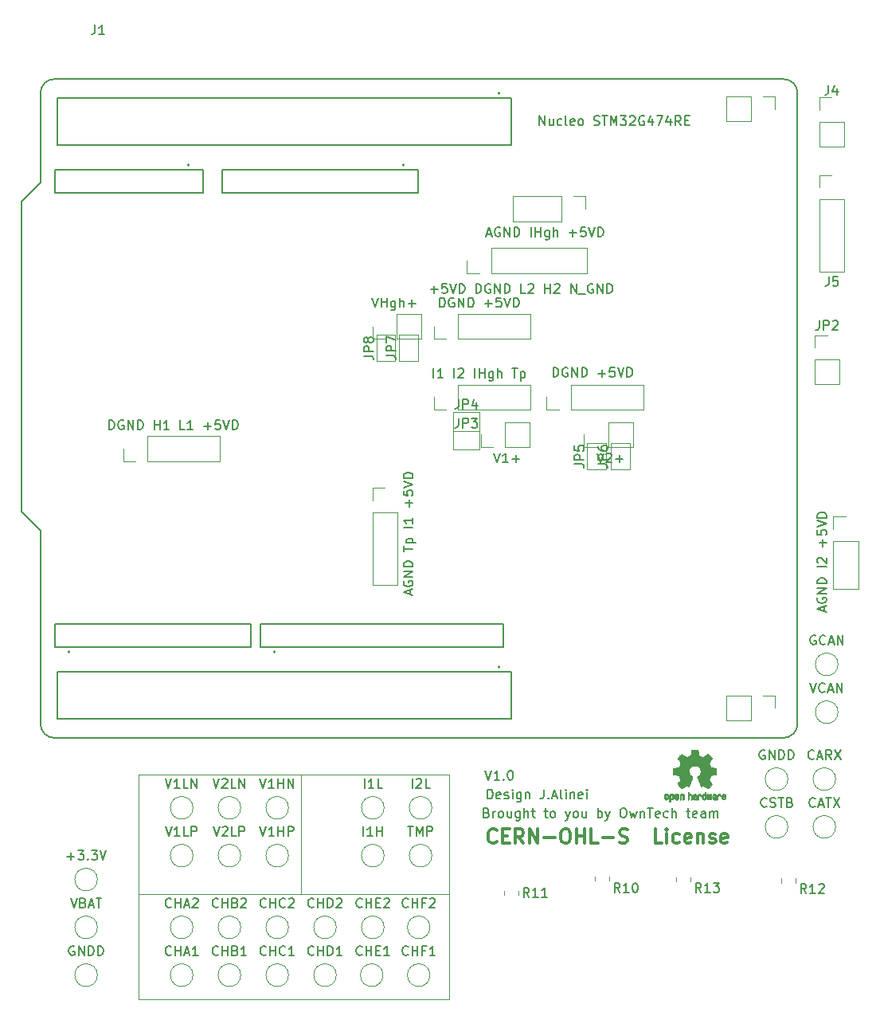
<source format=gbr>
%TF.GenerationSoftware,KiCad,Pcbnew,5.1.7-a382d34a8~88~ubuntu20.04.1*%
%TF.CreationDate,2021-04-08T15:18:28+02:00*%
%TF.ProjectId,Shield_Nucleo,53686965-6c64-45f4-9e75-636c656f2e6b,rev?*%
%TF.SameCoordinates,Original*%
%TF.FileFunction,Legend,Top*%
%TF.FilePolarity,Positive*%
%FSLAX46Y46*%
G04 Gerber Fmt 4.6, Leading zero omitted, Abs format (unit mm)*
G04 Created by KiCad (PCBNEW 5.1.7-a382d34a8~88~ubuntu20.04.1) date 2021-04-08 15:18:28*
%MOMM*%
%LPD*%
G01*
G04 APERTURE LIST*
%ADD10C,0.150000*%
%ADD11C,0.120000*%
%ADD12C,0.300000*%
%ADD13C,0.127000*%
%ADD14C,0.200000*%
%ADD15C,0.010000*%
G04 APERTURE END LIST*
D10*
X123229809Y-103989142D02*
X123182190Y-104036761D01*
X123039333Y-104084380D01*
X122944095Y-104084380D01*
X122801238Y-104036761D01*
X122706000Y-103941523D01*
X122658380Y-103846285D01*
X122610761Y-103655809D01*
X122610761Y-103512952D01*
X122658380Y-103322476D01*
X122706000Y-103227238D01*
X122801238Y-103132000D01*
X122944095Y-103084380D01*
X123039333Y-103084380D01*
X123182190Y-103132000D01*
X123229809Y-103179619D01*
X123610761Y-103798666D02*
X124086952Y-103798666D01*
X123515523Y-104084380D02*
X123848857Y-103084380D01*
X124182190Y-104084380D01*
X124372666Y-103084380D02*
X124944095Y-103084380D01*
X124658380Y-104084380D02*
X124658380Y-103084380D01*
X125182190Y-103084380D02*
X125848857Y-104084380D01*
X125848857Y-103084380D02*
X125182190Y-104084380D01*
X123269523Y-85860000D02*
X123174285Y-85812380D01*
X123031428Y-85812380D01*
X122888571Y-85860000D01*
X122793333Y-85955238D01*
X122745714Y-86050476D01*
X122698095Y-86240952D01*
X122698095Y-86383809D01*
X122745714Y-86574285D01*
X122793333Y-86669523D01*
X122888571Y-86764761D01*
X123031428Y-86812380D01*
X123126666Y-86812380D01*
X123269523Y-86764761D01*
X123317142Y-86717142D01*
X123317142Y-86383809D01*
X123126666Y-86383809D01*
X124317142Y-86717142D02*
X124269523Y-86764761D01*
X124126666Y-86812380D01*
X124031428Y-86812380D01*
X123888571Y-86764761D01*
X123793333Y-86669523D01*
X123745714Y-86574285D01*
X123698095Y-86383809D01*
X123698095Y-86240952D01*
X123745714Y-86050476D01*
X123793333Y-85955238D01*
X123888571Y-85860000D01*
X124031428Y-85812380D01*
X124126666Y-85812380D01*
X124269523Y-85860000D01*
X124317142Y-85907619D01*
X124698095Y-86526666D02*
X125174285Y-86526666D01*
X124602857Y-86812380D02*
X124936190Y-85812380D01*
X125269523Y-86812380D01*
X125602857Y-86812380D02*
X125602857Y-85812380D01*
X126174285Y-86812380D01*
X126174285Y-85812380D01*
X122674285Y-90892380D02*
X123007619Y-91892380D01*
X123340952Y-90892380D01*
X124245714Y-91797142D02*
X124198095Y-91844761D01*
X124055238Y-91892380D01*
X123960000Y-91892380D01*
X123817142Y-91844761D01*
X123721904Y-91749523D01*
X123674285Y-91654285D01*
X123626666Y-91463809D01*
X123626666Y-91320952D01*
X123674285Y-91130476D01*
X123721904Y-91035238D01*
X123817142Y-90940000D01*
X123960000Y-90892380D01*
X124055238Y-90892380D01*
X124198095Y-90940000D01*
X124245714Y-90987619D01*
X124626666Y-91606666D02*
X125102857Y-91606666D01*
X124531428Y-91892380D02*
X124864761Y-90892380D01*
X125198095Y-91892380D01*
X125531428Y-91892380D02*
X125531428Y-90892380D01*
X126102857Y-91892380D01*
X126102857Y-90892380D01*
X123110761Y-98909142D02*
X123063142Y-98956761D01*
X122920285Y-99004380D01*
X122825047Y-99004380D01*
X122682190Y-98956761D01*
X122586952Y-98861523D01*
X122539333Y-98766285D01*
X122491714Y-98575809D01*
X122491714Y-98432952D01*
X122539333Y-98242476D01*
X122586952Y-98147238D01*
X122682190Y-98052000D01*
X122825047Y-98004380D01*
X122920285Y-98004380D01*
X123063142Y-98052000D01*
X123110761Y-98099619D01*
X123491714Y-98718666D02*
X123967904Y-98718666D01*
X123396476Y-99004380D02*
X123729809Y-98004380D01*
X124063142Y-99004380D01*
X124967904Y-99004380D02*
X124634571Y-98528190D01*
X124396476Y-99004380D02*
X124396476Y-98004380D01*
X124777428Y-98004380D01*
X124872666Y-98052000D01*
X124920285Y-98099619D01*
X124967904Y-98194857D01*
X124967904Y-98337714D01*
X124920285Y-98432952D01*
X124872666Y-98480571D01*
X124777428Y-98528190D01*
X124396476Y-98528190D01*
X125301238Y-98004380D02*
X125967904Y-99004380D01*
X125967904Y-98004380D02*
X125301238Y-99004380D01*
X117864095Y-98052000D02*
X117768857Y-98004380D01*
X117626000Y-98004380D01*
X117483142Y-98052000D01*
X117387904Y-98147238D01*
X117340285Y-98242476D01*
X117292666Y-98432952D01*
X117292666Y-98575809D01*
X117340285Y-98766285D01*
X117387904Y-98861523D01*
X117483142Y-98956761D01*
X117626000Y-99004380D01*
X117721238Y-99004380D01*
X117864095Y-98956761D01*
X117911714Y-98909142D01*
X117911714Y-98575809D01*
X117721238Y-98575809D01*
X118340285Y-99004380D02*
X118340285Y-98004380D01*
X118911714Y-99004380D01*
X118911714Y-98004380D01*
X119387904Y-99004380D02*
X119387904Y-98004380D01*
X119626000Y-98004380D01*
X119768857Y-98052000D01*
X119864095Y-98147238D01*
X119911714Y-98242476D01*
X119959333Y-98432952D01*
X119959333Y-98575809D01*
X119911714Y-98766285D01*
X119864095Y-98861523D01*
X119768857Y-98956761D01*
X119626000Y-99004380D01*
X119387904Y-99004380D01*
X120387904Y-99004380D02*
X120387904Y-98004380D01*
X120626000Y-98004380D01*
X120768857Y-98052000D01*
X120864095Y-98147238D01*
X120911714Y-98242476D01*
X120959333Y-98432952D01*
X120959333Y-98575809D01*
X120911714Y-98766285D01*
X120864095Y-98861523D01*
X120768857Y-98956761D01*
X120626000Y-99004380D01*
X120387904Y-99004380D01*
X118078380Y-103989142D02*
X118030761Y-104036761D01*
X117887904Y-104084380D01*
X117792666Y-104084380D01*
X117649809Y-104036761D01*
X117554571Y-103941523D01*
X117506952Y-103846285D01*
X117459333Y-103655809D01*
X117459333Y-103512952D01*
X117506952Y-103322476D01*
X117554571Y-103227238D01*
X117649809Y-103132000D01*
X117792666Y-103084380D01*
X117887904Y-103084380D01*
X118030761Y-103132000D01*
X118078380Y-103179619D01*
X118459333Y-104036761D02*
X118602190Y-104084380D01*
X118840285Y-104084380D01*
X118935523Y-104036761D01*
X118983142Y-103989142D01*
X119030761Y-103893904D01*
X119030761Y-103798666D01*
X118983142Y-103703428D01*
X118935523Y-103655809D01*
X118840285Y-103608190D01*
X118649809Y-103560571D01*
X118554571Y-103512952D01*
X118506952Y-103465333D01*
X118459333Y-103370095D01*
X118459333Y-103274857D01*
X118506952Y-103179619D01*
X118554571Y-103132000D01*
X118649809Y-103084380D01*
X118887904Y-103084380D01*
X119030761Y-103132000D01*
X119316476Y-103084380D02*
X119887904Y-103084380D01*
X119602190Y-104084380D02*
X119602190Y-103084380D01*
X120554571Y-103560571D02*
X120697428Y-103608190D01*
X120745047Y-103655809D01*
X120792666Y-103751047D01*
X120792666Y-103893904D01*
X120745047Y-103989142D01*
X120697428Y-104036761D01*
X120602190Y-104084380D01*
X120221238Y-104084380D01*
X120221238Y-103084380D01*
X120554571Y-103084380D01*
X120649809Y-103132000D01*
X120697428Y-103179619D01*
X120745047Y-103274857D01*
X120745047Y-103370095D01*
X120697428Y-103465333D01*
X120649809Y-103512952D01*
X120554571Y-103560571D01*
X120221238Y-103560571D01*
X44458095Y-118880000D02*
X44362857Y-118832380D01*
X44220000Y-118832380D01*
X44077142Y-118880000D01*
X43981904Y-118975238D01*
X43934285Y-119070476D01*
X43886666Y-119260952D01*
X43886666Y-119403809D01*
X43934285Y-119594285D01*
X43981904Y-119689523D01*
X44077142Y-119784761D01*
X44220000Y-119832380D01*
X44315238Y-119832380D01*
X44458095Y-119784761D01*
X44505714Y-119737142D01*
X44505714Y-119403809D01*
X44315238Y-119403809D01*
X44934285Y-119832380D02*
X44934285Y-118832380D01*
X45505714Y-119832380D01*
X45505714Y-118832380D01*
X45981904Y-119832380D02*
X45981904Y-118832380D01*
X46220000Y-118832380D01*
X46362857Y-118880000D01*
X46458095Y-118975238D01*
X46505714Y-119070476D01*
X46553333Y-119260952D01*
X46553333Y-119403809D01*
X46505714Y-119594285D01*
X46458095Y-119689523D01*
X46362857Y-119784761D01*
X46220000Y-119832380D01*
X45981904Y-119832380D01*
X46981904Y-119832380D02*
X46981904Y-118832380D01*
X47220000Y-118832380D01*
X47362857Y-118880000D01*
X47458095Y-118975238D01*
X47505714Y-119070476D01*
X47553333Y-119260952D01*
X47553333Y-119403809D01*
X47505714Y-119594285D01*
X47458095Y-119689523D01*
X47362857Y-119784761D01*
X47220000Y-119832380D01*
X46981904Y-119832380D01*
X44077142Y-113752380D02*
X44410476Y-114752380D01*
X44743809Y-113752380D01*
X45410476Y-114228571D02*
X45553333Y-114276190D01*
X45600952Y-114323809D01*
X45648571Y-114419047D01*
X45648571Y-114561904D01*
X45600952Y-114657142D01*
X45553333Y-114704761D01*
X45458095Y-114752380D01*
X45077142Y-114752380D01*
X45077142Y-113752380D01*
X45410476Y-113752380D01*
X45505714Y-113800000D01*
X45553333Y-113847619D01*
X45600952Y-113942857D01*
X45600952Y-114038095D01*
X45553333Y-114133333D01*
X45505714Y-114180952D01*
X45410476Y-114228571D01*
X45077142Y-114228571D01*
X46029523Y-114466666D02*
X46505714Y-114466666D01*
X45934285Y-114752380D02*
X46267619Y-113752380D01*
X46600952Y-114752380D01*
X46791428Y-113752380D02*
X47362857Y-113752380D01*
X47077142Y-114752380D02*
X47077142Y-113752380D01*
X43720000Y-109291428D02*
X44481904Y-109291428D01*
X44100952Y-109672380D02*
X44100952Y-108910476D01*
X44862857Y-108672380D02*
X45481904Y-108672380D01*
X45148571Y-109053333D01*
X45291428Y-109053333D01*
X45386666Y-109100952D01*
X45434285Y-109148571D01*
X45481904Y-109243809D01*
X45481904Y-109481904D01*
X45434285Y-109577142D01*
X45386666Y-109624761D01*
X45291428Y-109672380D01*
X45005714Y-109672380D01*
X44910476Y-109624761D01*
X44862857Y-109577142D01*
X45910476Y-109577142D02*
X45958095Y-109624761D01*
X45910476Y-109672380D01*
X45862857Y-109624761D01*
X45910476Y-109577142D01*
X45910476Y-109672380D01*
X46291428Y-108672380D02*
X46910476Y-108672380D01*
X46577142Y-109053333D01*
X46720000Y-109053333D01*
X46815238Y-109100952D01*
X46862857Y-109148571D01*
X46910476Y-109243809D01*
X46910476Y-109481904D01*
X46862857Y-109577142D01*
X46815238Y-109624761D01*
X46720000Y-109672380D01*
X46434285Y-109672380D01*
X46339047Y-109624761D01*
X46291428Y-109577142D01*
X47196190Y-108672380D02*
X47529523Y-109672380D01*
X47862857Y-108672380D01*
D11*
X78830000Y-80450000D02*
X76170000Y-80450000D01*
D10*
X54141904Y-101052380D02*
X54475238Y-102052380D01*
X54808571Y-101052380D01*
X55665714Y-102052380D02*
X55094285Y-102052380D01*
X55380000Y-102052380D02*
X55380000Y-101052380D01*
X55284761Y-101195238D01*
X55189523Y-101290476D01*
X55094285Y-101338095D01*
X56570476Y-102052380D02*
X56094285Y-102052380D01*
X56094285Y-101052380D01*
X56903809Y-102052380D02*
X56903809Y-101052380D01*
X57475238Y-102052380D01*
X57475238Y-101052380D01*
X54165714Y-106132380D02*
X54499047Y-107132380D01*
X54832380Y-106132380D01*
X55689523Y-107132380D02*
X55118095Y-107132380D01*
X55403809Y-107132380D02*
X55403809Y-106132380D01*
X55308571Y-106275238D01*
X55213333Y-106370476D01*
X55118095Y-106418095D01*
X56594285Y-107132380D02*
X56118095Y-107132380D01*
X56118095Y-106132380D01*
X56927619Y-107132380D02*
X56927619Y-106132380D01*
X57308571Y-106132380D01*
X57403809Y-106180000D01*
X57451428Y-106227619D01*
X57499047Y-106322857D01*
X57499047Y-106465714D01*
X57451428Y-106560952D01*
X57403809Y-106608571D01*
X57308571Y-106656190D01*
X56927619Y-106656190D01*
X59245714Y-106132380D02*
X59579047Y-107132380D01*
X59912380Y-106132380D01*
X60198095Y-106227619D02*
X60245714Y-106180000D01*
X60340952Y-106132380D01*
X60579047Y-106132380D01*
X60674285Y-106180000D01*
X60721904Y-106227619D01*
X60769523Y-106322857D01*
X60769523Y-106418095D01*
X60721904Y-106560952D01*
X60150476Y-107132380D01*
X60769523Y-107132380D01*
X61674285Y-107132380D02*
X61198095Y-107132380D01*
X61198095Y-106132380D01*
X62007619Y-107132380D02*
X62007619Y-106132380D01*
X62388571Y-106132380D01*
X62483809Y-106180000D01*
X62531428Y-106227619D01*
X62579047Y-106322857D01*
X62579047Y-106465714D01*
X62531428Y-106560952D01*
X62483809Y-106608571D01*
X62388571Y-106656190D01*
X62007619Y-106656190D01*
X59221904Y-101052380D02*
X59555238Y-102052380D01*
X59888571Y-101052380D01*
X60174285Y-101147619D02*
X60221904Y-101100000D01*
X60317142Y-101052380D01*
X60555238Y-101052380D01*
X60650476Y-101100000D01*
X60698095Y-101147619D01*
X60745714Y-101242857D01*
X60745714Y-101338095D01*
X60698095Y-101480952D01*
X60126666Y-102052380D01*
X60745714Y-102052380D01*
X61650476Y-102052380D02*
X61174285Y-102052380D01*
X61174285Y-101052380D01*
X61983809Y-102052380D02*
X61983809Y-101052380D01*
X62555238Y-102052380D01*
X62555238Y-101052380D01*
X64182857Y-101052380D02*
X64516190Y-102052380D01*
X64849523Y-101052380D01*
X65706666Y-102052380D02*
X65135238Y-102052380D01*
X65420952Y-102052380D02*
X65420952Y-101052380D01*
X65325714Y-101195238D01*
X65230476Y-101290476D01*
X65135238Y-101338095D01*
X66135238Y-102052380D02*
X66135238Y-101052380D01*
X66135238Y-101528571D02*
X66706666Y-101528571D01*
X66706666Y-102052380D02*
X66706666Y-101052380D01*
X67182857Y-102052380D02*
X67182857Y-101052380D01*
X67754285Y-102052380D01*
X67754285Y-101052380D01*
X64206666Y-106132380D02*
X64540000Y-107132380D01*
X64873333Y-106132380D01*
X65730476Y-107132380D02*
X65159047Y-107132380D01*
X65444761Y-107132380D02*
X65444761Y-106132380D01*
X65349523Y-106275238D01*
X65254285Y-106370476D01*
X65159047Y-106418095D01*
X66159047Y-107132380D02*
X66159047Y-106132380D01*
X66159047Y-106608571D02*
X66730476Y-106608571D01*
X66730476Y-107132380D02*
X66730476Y-106132380D01*
X67206666Y-107132380D02*
X67206666Y-106132380D01*
X67587619Y-106132380D01*
X67682857Y-106180000D01*
X67730476Y-106227619D01*
X67778095Y-106322857D01*
X67778095Y-106465714D01*
X67730476Y-106560952D01*
X67682857Y-106608571D01*
X67587619Y-106656190D01*
X67206666Y-106656190D01*
X80399047Y-102052380D02*
X80399047Y-101052380D01*
X80827619Y-101147619D02*
X80875238Y-101100000D01*
X80970476Y-101052380D01*
X81208571Y-101052380D01*
X81303809Y-101100000D01*
X81351428Y-101147619D01*
X81399047Y-101242857D01*
X81399047Y-101338095D01*
X81351428Y-101480952D01*
X80780000Y-102052380D01*
X81399047Y-102052380D01*
X82303809Y-102052380D02*
X81827619Y-102052380D01*
X81827619Y-101052380D01*
X75319047Y-102052380D02*
X75319047Y-101052380D01*
X76319047Y-102052380D02*
X75747619Y-102052380D01*
X76033333Y-102052380D02*
X76033333Y-101052380D01*
X75938095Y-101195238D01*
X75842857Y-101290476D01*
X75747619Y-101338095D01*
X77223809Y-102052380D02*
X76747619Y-102052380D01*
X76747619Y-101052380D01*
X75200000Y-107132380D02*
X75200000Y-106132380D01*
X76200000Y-107132380D02*
X75628571Y-107132380D01*
X75914285Y-107132380D02*
X75914285Y-106132380D01*
X75819047Y-106275238D01*
X75723809Y-106370476D01*
X75628571Y-106418095D01*
X76628571Y-107132380D02*
X76628571Y-106132380D01*
X76628571Y-106608571D02*
X77200000Y-106608571D01*
X77200000Y-107132380D02*
X77200000Y-106132380D01*
X79922857Y-106132380D02*
X80494285Y-106132380D01*
X80208571Y-107132380D02*
X80208571Y-106132380D01*
X80827619Y-107132380D02*
X80827619Y-106132380D01*
X81160952Y-106846666D01*
X81494285Y-106132380D01*
X81494285Y-107132380D01*
X81970476Y-107132380D02*
X81970476Y-106132380D01*
X82351428Y-106132380D01*
X82446666Y-106180000D01*
X82494285Y-106227619D01*
X82541904Y-106322857D01*
X82541904Y-106465714D01*
X82494285Y-106560952D01*
X82446666Y-106608571D01*
X82351428Y-106656190D01*
X81970476Y-106656190D01*
X79960952Y-119737142D02*
X79913333Y-119784761D01*
X79770476Y-119832380D01*
X79675238Y-119832380D01*
X79532380Y-119784761D01*
X79437142Y-119689523D01*
X79389523Y-119594285D01*
X79341904Y-119403809D01*
X79341904Y-119260952D01*
X79389523Y-119070476D01*
X79437142Y-118975238D01*
X79532380Y-118880000D01*
X79675238Y-118832380D01*
X79770476Y-118832380D01*
X79913333Y-118880000D01*
X79960952Y-118927619D01*
X80389523Y-119832380D02*
X80389523Y-118832380D01*
X80389523Y-119308571D02*
X80960952Y-119308571D01*
X80960952Y-119832380D02*
X80960952Y-118832380D01*
X81770476Y-119308571D02*
X81437142Y-119308571D01*
X81437142Y-119832380D02*
X81437142Y-118832380D01*
X81913333Y-118832380D01*
X82818095Y-119832380D02*
X82246666Y-119832380D01*
X82532380Y-119832380D02*
X82532380Y-118832380D01*
X82437142Y-118975238D01*
X82341904Y-119070476D01*
X82246666Y-119118095D01*
X79960952Y-114657142D02*
X79913333Y-114704761D01*
X79770476Y-114752380D01*
X79675238Y-114752380D01*
X79532380Y-114704761D01*
X79437142Y-114609523D01*
X79389523Y-114514285D01*
X79341904Y-114323809D01*
X79341904Y-114180952D01*
X79389523Y-113990476D01*
X79437142Y-113895238D01*
X79532380Y-113800000D01*
X79675238Y-113752380D01*
X79770476Y-113752380D01*
X79913333Y-113800000D01*
X79960952Y-113847619D01*
X80389523Y-114752380D02*
X80389523Y-113752380D01*
X80389523Y-114228571D02*
X80960952Y-114228571D01*
X80960952Y-114752380D02*
X80960952Y-113752380D01*
X81770476Y-114228571D02*
X81437142Y-114228571D01*
X81437142Y-114752380D02*
X81437142Y-113752380D01*
X81913333Y-113752380D01*
X82246666Y-113847619D02*
X82294285Y-113800000D01*
X82389523Y-113752380D01*
X82627619Y-113752380D01*
X82722857Y-113800000D01*
X82770476Y-113847619D01*
X82818095Y-113942857D01*
X82818095Y-114038095D01*
X82770476Y-114180952D01*
X82199047Y-114752380D01*
X82818095Y-114752380D01*
X75057142Y-119737142D02*
X75009523Y-119784761D01*
X74866666Y-119832380D01*
X74771428Y-119832380D01*
X74628571Y-119784761D01*
X74533333Y-119689523D01*
X74485714Y-119594285D01*
X74438095Y-119403809D01*
X74438095Y-119260952D01*
X74485714Y-119070476D01*
X74533333Y-118975238D01*
X74628571Y-118880000D01*
X74771428Y-118832380D01*
X74866666Y-118832380D01*
X75009523Y-118880000D01*
X75057142Y-118927619D01*
X75485714Y-119832380D02*
X75485714Y-118832380D01*
X75485714Y-119308571D02*
X76057142Y-119308571D01*
X76057142Y-119832380D02*
X76057142Y-118832380D01*
X76533333Y-119308571D02*
X76866666Y-119308571D01*
X77009523Y-119832380D02*
X76533333Y-119832380D01*
X76533333Y-118832380D01*
X77009523Y-118832380D01*
X77961904Y-119832380D02*
X77390476Y-119832380D01*
X77676190Y-119832380D02*
X77676190Y-118832380D01*
X77580952Y-118975238D01*
X77485714Y-119070476D01*
X77390476Y-119118095D01*
X75057142Y-114657142D02*
X75009523Y-114704761D01*
X74866666Y-114752380D01*
X74771428Y-114752380D01*
X74628571Y-114704761D01*
X74533333Y-114609523D01*
X74485714Y-114514285D01*
X74438095Y-114323809D01*
X74438095Y-114180952D01*
X74485714Y-113990476D01*
X74533333Y-113895238D01*
X74628571Y-113800000D01*
X74771428Y-113752380D01*
X74866666Y-113752380D01*
X75009523Y-113800000D01*
X75057142Y-113847619D01*
X75485714Y-114752380D02*
X75485714Y-113752380D01*
X75485714Y-114228571D02*
X76057142Y-114228571D01*
X76057142Y-114752380D02*
X76057142Y-113752380D01*
X76533333Y-114228571D02*
X76866666Y-114228571D01*
X77009523Y-114752380D02*
X76533333Y-114752380D01*
X76533333Y-113752380D01*
X77009523Y-113752380D01*
X77390476Y-113847619D02*
X77438095Y-113800000D01*
X77533333Y-113752380D01*
X77771428Y-113752380D01*
X77866666Y-113800000D01*
X77914285Y-113847619D01*
X77961904Y-113942857D01*
X77961904Y-114038095D01*
X77914285Y-114180952D01*
X77342857Y-114752380D01*
X77961904Y-114752380D01*
X69929523Y-119737142D02*
X69881904Y-119784761D01*
X69739047Y-119832380D01*
X69643809Y-119832380D01*
X69500952Y-119784761D01*
X69405714Y-119689523D01*
X69358095Y-119594285D01*
X69310476Y-119403809D01*
X69310476Y-119260952D01*
X69358095Y-119070476D01*
X69405714Y-118975238D01*
X69500952Y-118880000D01*
X69643809Y-118832380D01*
X69739047Y-118832380D01*
X69881904Y-118880000D01*
X69929523Y-118927619D01*
X70358095Y-119832380D02*
X70358095Y-118832380D01*
X70358095Y-119308571D02*
X70929523Y-119308571D01*
X70929523Y-119832380D02*
X70929523Y-118832380D01*
X71405714Y-119832380D02*
X71405714Y-118832380D01*
X71643809Y-118832380D01*
X71786666Y-118880000D01*
X71881904Y-118975238D01*
X71929523Y-119070476D01*
X71977142Y-119260952D01*
X71977142Y-119403809D01*
X71929523Y-119594285D01*
X71881904Y-119689523D01*
X71786666Y-119784761D01*
X71643809Y-119832380D01*
X71405714Y-119832380D01*
X72929523Y-119832380D02*
X72358095Y-119832380D01*
X72643809Y-119832380D02*
X72643809Y-118832380D01*
X72548571Y-118975238D01*
X72453333Y-119070476D01*
X72358095Y-119118095D01*
X69929523Y-114657142D02*
X69881904Y-114704761D01*
X69739047Y-114752380D01*
X69643809Y-114752380D01*
X69500952Y-114704761D01*
X69405714Y-114609523D01*
X69358095Y-114514285D01*
X69310476Y-114323809D01*
X69310476Y-114180952D01*
X69358095Y-113990476D01*
X69405714Y-113895238D01*
X69500952Y-113800000D01*
X69643809Y-113752380D01*
X69739047Y-113752380D01*
X69881904Y-113800000D01*
X69929523Y-113847619D01*
X70358095Y-114752380D02*
X70358095Y-113752380D01*
X70358095Y-114228571D02*
X70929523Y-114228571D01*
X70929523Y-114752380D02*
X70929523Y-113752380D01*
X71405714Y-114752380D02*
X71405714Y-113752380D01*
X71643809Y-113752380D01*
X71786666Y-113800000D01*
X71881904Y-113895238D01*
X71929523Y-113990476D01*
X71977142Y-114180952D01*
X71977142Y-114323809D01*
X71929523Y-114514285D01*
X71881904Y-114609523D01*
X71786666Y-114704761D01*
X71643809Y-114752380D01*
X71405714Y-114752380D01*
X72358095Y-113847619D02*
X72405714Y-113800000D01*
X72500952Y-113752380D01*
X72739047Y-113752380D01*
X72834285Y-113800000D01*
X72881904Y-113847619D01*
X72929523Y-113942857D01*
X72929523Y-114038095D01*
X72881904Y-114180952D01*
X72310476Y-114752380D01*
X72929523Y-114752380D01*
X64849523Y-119737142D02*
X64801904Y-119784761D01*
X64659047Y-119832380D01*
X64563809Y-119832380D01*
X64420952Y-119784761D01*
X64325714Y-119689523D01*
X64278095Y-119594285D01*
X64230476Y-119403809D01*
X64230476Y-119260952D01*
X64278095Y-119070476D01*
X64325714Y-118975238D01*
X64420952Y-118880000D01*
X64563809Y-118832380D01*
X64659047Y-118832380D01*
X64801904Y-118880000D01*
X64849523Y-118927619D01*
X65278095Y-119832380D02*
X65278095Y-118832380D01*
X65278095Y-119308571D02*
X65849523Y-119308571D01*
X65849523Y-119832380D02*
X65849523Y-118832380D01*
X66897142Y-119737142D02*
X66849523Y-119784761D01*
X66706666Y-119832380D01*
X66611428Y-119832380D01*
X66468571Y-119784761D01*
X66373333Y-119689523D01*
X66325714Y-119594285D01*
X66278095Y-119403809D01*
X66278095Y-119260952D01*
X66325714Y-119070476D01*
X66373333Y-118975238D01*
X66468571Y-118880000D01*
X66611428Y-118832380D01*
X66706666Y-118832380D01*
X66849523Y-118880000D01*
X66897142Y-118927619D01*
X67849523Y-119832380D02*
X67278095Y-119832380D01*
X67563809Y-119832380D02*
X67563809Y-118832380D01*
X67468571Y-118975238D01*
X67373333Y-119070476D01*
X67278095Y-119118095D01*
X64849523Y-114657142D02*
X64801904Y-114704761D01*
X64659047Y-114752380D01*
X64563809Y-114752380D01*
X64420952Y-114704761D01*
X64325714Y-114609523D01*
X64278095Y-114514285D01*
X64230476Y-114323809D01*
X64230476Y-114180952D01*
X64278095Y-113990476D01*
X64325714Y-113895238D01*
X64420952Y-113800000D01*
X64563809Y-113752380D01*
X64659047Y-113752380D01*
X64801904Y-113800000D01*
X64849523Y-113847619D01*
X65278095Y-114752380D02*
X65278095Y-113752380D01*
X65278095Y-114228571D02*
X65849523Y-114228571D01*
X65849523Y-114752380D02*
X65849523Y-113752380D01*
X66897142Y-114657142D02*
X66849523Y-114704761D01*
X66706666Y-114752380D01*
X66611428Y-114752380D01*
X66468571Y-114704761D01*
X66373333Y-114609523D01*
X66325714Y-114514285D01*
X66278095Y-114323809D01*
X66278095Y-114180952D01*
X66325714Y-113990476D01*
X66373333Y-113895238D01*
X66468571Y-113800000D01*
X66611428Y-113752380D01*
X66706666Y-113752380D01*
X66849523Y-113800000D01*
X66897142Y-113847619D01*
X67278095Y-113847619D02*
X67325714Y-113800000D01*
X67420952Y-113752380D01*
X67659047Y-113752380D01*
X67754285Y-113800000D01*
X67801904Y-113847619D01*
X67849523Y-113942857D01*
X67849523Y-114038095D01*
X67801904Y-114180952D01*
X67230476Y-114752380D01*
X67849523Y-114752380D01*
X59769523Y-114657142D02*
X59721904Y-114704761D01*
X59579047Y-114752380D01*
X59483809Y-114752380D01*
X59340952Y-114704761D01*
X59245714Y-114609523D01*
X59198095Y-114514285D01*
X59150476Y-114323809D01*
X59150476Y-114180952D01*
X59198095Y-113990476D01*
X59245714Y-113895238D01*
X59340952Y-113800000D01*
X59483809Y-113752380D01*
X59579047Y-113752380D01*
X59721904Y-113800000D01*
X59769523Y-113847619D01*
X60198095Y-114752380D02*
X60198095Y-113752380D01*
X60198095Y-114228571D02*
X60769523Y-114228571D01*
X60769523Y-114752380D02*
X60769523Y-113752380D01*
X61579047Y-114228571D02*
X61721904Y-114276190D01*
X61769523Y-114323809D01*
X61817142Y-114419047D01*
X61817142Y-114561904D01*
X61769523Y-114657142D01*
X61721904Y-114704761D01*
X61626666Y-114752380D01*
X61245714Y-114752380D01*
X61245714Y-113752380D01*
X61579047Y-113752380D01*
X61674285Y-113800000D01*
X61721904Y-113847619D01*
X61769523Y-113942857D01*
X61769523Y-114038095D01*
X61721904Y-114133333D01*
X61674285Y-114180952D01*
X61579047Y-114228571D01*
X61245714Y-114228571D01*
X62198095Y-113847619D02*
X62245714Y-113800000D01*
X62340952Y-113752380D01*
X62579047Y-113752380D01*
X62674285Y-113800000D01*
X62721904Y-113847619D01*
X62769523Y-113942857D01*
X62769523Y-114038095D01*
X62721904Y-114180952D01*
X62150476Y-114752380D01*
X62769523Y-114752380D01*
X59769523Y-119737142D02*
X59721904Y-119784761D01*
X59579047Y-119832380D01*
X59483809Y-119832380D01*
X59340952Y-119784761D01*
X59245714Y-119689523D01*
X59198095Y-119594285D01*
X59150476Y-119403809D01*
X59150476Y-119260952D01*
X59198095Y-119070476D01*
X59245714Y-118975238D01*
X59340952Y-118880000D01*
X59483809Y-118832380D01*
X59579047Y-118832380D01*
X59721904Y-118880000D01*
X59769523Y-118927619D01*
X60198095Y-119832380D02*
X60198095Y-118832380D01*
X60198095Y-119308571D02*
X60769523Y-119308571D01*
X60769523Y-119832380D02*
X60769523Y-118832380D01*
X61579047Y-119308571D02*
X61721904Y-119356190D01*
X61769523Y-119403809D01*
X61817142Y-119499047D01*
X61817142Y-119641904D01*
X61769523Y-119737142D01*
X61721904Y-119784761D01*
X61626666Y-119832380D01*
X61245714Y-119832380D01*
X61245714Y-118832380D01*
X61579047Y-118832380D01*
X61674285Y-118880000D01*
X61721904Y-118927619D01*
X61769523Y-119022857D01*
X61769523Y-119118095D01*
X61721904Y-119213333D01*
X61674285Y-119260952D01*
X61579047Y-119308571D01*
X61245714Y-119308571D01*
X62769523Y-119832380D02*
X62198095Y-119832380D01*
X62483809Y-119832380D02*
X62483809Y-118832380D01*
X62388571Y-118975238D01*
X62293333Y-119070476D01*
X62198095Y-119118095D01*
X54760952Y-119737142D02*
X54713333Y-119784761D01*
X54570476Y-119832380D01*
X54475238Y-119832380D01*
X54332380Y-119784761D01*
X54237142Y-119689523D01*
X54189523Y-119594285D01*
X54141904Y-119403809D01*
X54141904Y-119260952D01*
X54189523Y-119070476D01*
X54237142Y-118975238D01*
X54332380Y-118880000D01*
X54475238Y-118832380D01*
X54570476Y-118832380D01*
X54713333Y-118880000D01*
X54760952Y-118927619D01*
X55189523Y-119832380D02*
X55189523Y-118832380D01*
X55189523Y-119308571D02*
X55760952Y-119308571D01*
X55760952Y-119832380D02*
X55760952Y-118832380D01*
X56189523Y-119546666D02*
X56665714Y-119546666D01*
X56094285Y-119832380D02*
X56427619Y-118832380D01*
X56760952Y-119832380D01*
X57618095Y-119832380D02*
X57046666Y-119832380D01*
X57332380Y-119832380D02*
X57332380Y-118832380D01*
X57237142Y-118975238D01*
X57141904Y-119070476D01*
X57046666Y-119118095D01*
X54760952Y-114657142D02*
X54713333Y-114704761D01*
X54570476Y-114752380D01*
X54475238Y-114752380D01*
X54332380Y-114704761D01*
X54237142Y-114609523D01*
X54189523Y-114514285D01*
X54141904Y-114323809D01*
X54141904Y-114180952D01*
X54189523Y-113990476D01*
X54237142Y-113895238D01*
X54332380Y-113800000D01*
X54475238Y-113752380D01*
X54570476Y-113752380D01*
X54713333Y-113800000D01*
X54760952Y-113847619D01*
X55189523Y-114752380D02*
X55189523Y-113752380D01*
X55189523Y-114228571D02*
X55760952Y-114228571D01*
X55760952Y-114752380D02*
X55760952Y-113752380D01*
X56189523Y-114466666D02*
X56665714Y-114466666D01*
X56094285Y-114752380D02*
X56427619Y-113752380D01*
X56760952Y-114752380D01*
X57046666Y-113847619D02*
X57094285Y-113800000D01*
X57189523Y-113752380D01*
X57427619Y-113752380D01*
X57522857Y-113800000D01*
X57570476Y-113847619D01*
X57618095Y-113942857D01*
X57618095Y-114038095D01*
X57570476Y-114180952D01*
X56999047Y-114752380D01*
X57618095Y-114752380D01*
D11*
X84328000Y-124460000D02*
X51308000Y-124460000D01*
X84328000Y-113284000D02*
X84328000Y-124460000D01*
X51308000Y-113284000D02*
X51308000Y-124460000D01*
X51308000Y-113284000D02*
X68580000Y-113284000D01*
X51308000Y-100584000D02*
X51308000Y-113284000D01*
X68580000Y-100584000D02*
X51308000Y-100584000D01*
X68580000Y-100584000D02*
X68834000Y-100584000D01*
X68580000Y-113284000D02*
X68580000Y-100584000D01*
X84328000Y-113284000D02*
X68580000Y-113284000D01*
X84328000Y-100584000D02*
X84328000Y-113284000D01*
X68834000Y-100584000D02*
X84328000Y-100584000D01*
D10*
X93901619Y-31631380D02*
X93901619Y-30631380D01*
X94473047Y-31631380D01*
X94473047Y-30631380D01*
X95377809Y-30964714D02*
X95377809Y-31631380D01*
X94949238Y-30964714D02*
X94949238Y-31488523D01*
X94996857Y-31583761D01*
X95092095Y-31631380D01*
X95234952Y-31631380D01*
X95330190Y-31583761D01*
X95377809Y-31536142D01*
X96282571Y-31583761D02*
X96187333Y-31631380D01*
X95996857Y-31631380D01*
X95901619Y-31583761D01*
X95854000Y-31536142D01*
X95806380Y-31440904D01*
X95806380Y-31155190D01*
X95854000Y-31059952D01*
X95901619Y-31012333D01*
X95996857Y-30964714D01*
X96187333Y-30964714D01*
X96282571Y-31012333D01*
X96854000Y-31631380D02*
X96758761Y-31583761D01*
X96711142Y-31488523D01*
X96711142Y-30631380D01*
X97615904Y-31583761D02*
X97520666Y-31631380D01*
X97330190Y-31631380D01*
X97234952Y-31583761D01*
X97187333Y-31488523D01*
X97187333Y-31107571D01*
X97234952Y-31012333D01*
X97330190Y-30964714D01*
X97520666Y-30964714D01*
X97615904Y-31012333D01*
X97663523Y-31107571D01*
X97663523Y-31202809D01*
X97187333Y-31298047D01*
X98234952Y-31631380D02*
X98139714Y-31583761D01*
X98092095Y-31536142D01*
X98044476Y-31440904D01*
X98044476Y-31155190D01*
X98092095Y-31059952D01*
X98139714Y-31012333D01*
X98234952Y-30964714D01*
X98377809Y-30964714D01*
X98473047Y-31012333D01*
X98520666Y-31059952D01*
X98568285Y-31155190D01*
X98568285Y-31440904D01*
X98520666Y-31536142D01*
X98473047Y-31583761D01*
X98377809Y-31631380D01*
X98234952Y-31631380D01*
X99711142Y-31583761D02*
X99854000Y-31631380D01*
X100092095Y-31631380D01*
X100187333Y-31583761D01*
X100234952Y-31536142D01*
X100282571Y-31440904D01*
X100282571Y-31345666D01*
X100234952Y-31250428D01*
X100187333Y-31202809D01*
X100092095Y-31155190D01*
X99901619Y-31107571D01*
X99806380Y-31059952D01*
X99758761Y-31012333D01*
X99711142Y-30917095D01*
X99711142Y-30821857D01*
X99758761Y-30726619D01*
X99806380Y-30679000D01*
X99901619Y-30631380D01*
X100139714Y-30631380D01*
X100282571Y-30679000D01*
X100568285Y-30631380D02*
X101139714Y-30631380D01*
X100854000Y-31631380D02*
X100854000Y-30631380D01*
X101473047Y-31631380D02*
X101473047Y-30631380D01*
X101806380Y-31345666D01*
X102139714Y-30631380D01*
X102139714Y-31631380D01*
X102520666Y-30631380D02*
X103139714Y-30631380D01*
X102806380Y-31012333D01*
X102949238Y-31012333D01*
X103044476Y-31059952D01*
X103092095Y-31107571D01*
X103139714Y-31202809D01*
X103139714Y-31440904D01*
X103092095Y-31536142D01*
X103044476Y-31583761D01*
X102949238Y-31631380D01*
X102663523Y-31631380D01*
X102568285Y-31583761D01*
X102520666Y-31536142D01*
X103520666Y-30726619D02*
X103568285Y-30679000D01*
X103663523Y-30631380D01*
X103901619Y-30631380D01*
X103996857Y-30679000D01*
X104044476Y-30726619D01*
X104092095Y-30821857D01*
X104092095Y-30917095D01*
X104044476Y-31059952D01*
X103473047Y-31631380D01*
X104092095Y-31631380D01*
X105044476Y-30679000D02*
X104949238Y-30631380D01*
X104806380Y-30631380D01*
X104663523Y-30679000D01*
X104568285Y-30774238D01*
X104520666Y-30869476D01*
X104473047Y-31059952D01*
X104473047Y-31202809D01*
X104520666Y-31393285D01*
X104568285Y-31488523D01*
X104663523Y-31583761D01*
X104806380Y-31631380D01*
X104901619Y-31631380D01*
X105044476Y-31583761D01*
X105092095Y-31536142D01*
X105092095Y-31202809D01*
X104901619Y-31202809D01*
X105949238Y-30964714D02*
X105949238Y-31631380D01*
X105711142Y-30583761D02*
X105473047Y-31298047D01*
X106092095Y-31298047D01*
X106377809Y-30631380D02*
X107044476Y-30631380D01*
X106615904Y-31631380D01*
X107853999Y-30964714D02*
X107853999Y-31631380D01*
X107615904Y-30583761D02*
X107377809Y-31298047D01*
X107996857Y-31298047D01*
X108949238Y-31631380D02*
X108615904Y-31155190D01*
X108377809Y-31631380D02*
X108377809Y-30631380D01*
X108758761Y-30631380D01*
X108853999Y-30679000D01*
X108901619Y-30726619D01*
X108949238Y-30821857D01*
X108949238Y-30964714D01*
X108901619Y-31059952D01*
X108853999Y-31107571D01*
X108758761Y-31155190D01*
X108377809Y-31155190D01*
X109377809Y-31107571D02*
X109711142Y-31107571D01*
X109853999Y-31631380D02*
X109377809Y-31631380D01*
X109377809Y-30631380D01*
X109853999Y-30631380D01*
X88156190Y-100178380D02*
X88489523Y-101178380D01*
X88822857Y-100178380D01*
X89680000Y-101178380D02*
X89108571Y-101178380D01*
X89394285Y-101178380D02*
X89394285Y-100178380D01*
X89299047Y-100321238D01*
X89203809Y-100416476D01*
X89108571Y-100464095D01*
X90108571Y-101083142D02*
X90156190Y-101130761D01*
X90108571Y-101178380D01*
X90060952Y-101130761D01*
X90108571Y-101083142D01*
X90108571Y-101178380D01*
X90775238Y-100178380D02*
X90870476Y-100178380D01*
X90965714Y-100226000D01*
X91013333Y-100273619D01*
X91060952Y-100368857D01*
X91108571Y-100559333D01*
X91108571Y-100797428D01*
X91060952Y-100987904D01*
X91013333Y-101083142D01*
X90965714Y-101130761D01*
X90870476Y-101178380D01*
X90775238Y-101178380D01*
X90680000Y-101130761D01*
X90632380Y-101083142D01*
X90584761Y-100987904D01*
X90537142Y-100797428D01*
X90537142Y-100559333D01*
X90584761Y-100368857D01*
X90632380Y-100273619D01*
X90680000Y-100226000D01*
X90775238Y-100178380D01*
X88394285Y-103178380D02*
X88394285Y-102178380D01*
X88632380Y-102178380D01*
X88775238Y-102226000D01*
X88870476Y-102321238D01*
X88918095Y-102416476D01*
X88965714Y-102606952D01*
X88965714Y-102749809D01*
X88918095Y-102940285D01*
X88870476Y-103035523D01*
X88775238Y-103130761D01*
X88632380Y-103178380D01*
X88394285Y-103178380D01*
X89775238Y-103130761D02*
X89680000Y-103178380D01*
X89489523Y-103178380D01*
X89394285Y-103130761D01*
X89346666Y-103035523D01*
X89346666Y-102654571D01*
X89394285Y-102559333D01*
X89489523Y-102511714D01*
X89680000Y-102511714D01*
X89775238Y-102559333D01*
X89822857Y-102654571D01*
X89822857Y-102749809D01*
X89346666Y-102845047D01*
X90203809Y-103130761D02*
X90299047Y-103178380D01*
X90489523Y-103178380D01*
X90584761Y-103130761D01*
X90632380Y-103035523D01*
X90632380Y-102987904D01*
X90584761Y-102892666D01*
X90489523Y-102845047D01*
X90346666Y-102845047D01*
X90251428Y-102797428D01*
X90203809Y-102702190D01*
X90203809Y-102654571D01*
X90251428Y-102559333D01*
X90346666Y-102511714D01*
X90489523Y-102511714D01*
X90584761Y-102559333D01*
X91060952Y-103178380D02*
X91060952Y-102511714D01*
X91060952Y-102178380D02*
X91013333Y-102226000D01*
X91060952Y-102273619D01*
X91108571Y-102226000D01*
X91060952Y-102178380D01*
X91060952Y-102273619D01*
X91965714Y-102511714D02*
X91965714Y-103321238D01*
X91918095Y-103416476D01*
X91870476Y-103464095D01*
X91775238Y-103511714D01*
X91632380Y-103511714D01*
X91537142Y-103464095D01*
X91965714Y-103130761D02*
X91870476Y-103178380D01*
X91680000Y-103178380D01*
X91584761Y-103130761D01*
X91537142Y-103083142D01*
X91489523Y-102987904D01*
X91489523Y-102702190D01*
X91537142Y-102606952D01*
X91584761Y-102559333D01*
X91680000Y-102511714D01*
X91870476Y-102511714D01*
X91965714Y-102559333D01*
X92441904Y-102511714D02*
X92441904Y-103178380D01*
X92441904Y-102606952D02*
X92489523Y-102559333D01*
X92584761Y-102511714D01*
X92727619Y-102511714D01*
X92822857Y-102559333D01*
X92870476Y-102654571D01*
X92870476Y-103178380D01*
X94394285Y-102178380D02*
X94394285Y-102892666D01*
X94346666Y-103035523D01*
X94251428Y-103130761D01*
X94108571Y-103178380D01*
X94013333Y-103178380D01*
X94870476Y-103083142D02*
X94918095Y-103130761D01*
X94870476Y-103178380D01*
X94822857Y-103130761D01*
X94870476Y-103083142D01*
X94870476Y-103178380D01*
X95299047Y-102892666D02*
X95775238Y-102892666D01*
X95203809Y-103178380D02*
X95537142Y-102178380D01*
X95870476Y-103178380D01*
X96346666Y-103178380D02*
X96251428Y-103130761D01*
X96203809Y-103035523D01*
X96203809Y-102178380D01*
X96727619Y-103178380D02*
X96727619Y-102511714D01*
X96727619Y-102178380D02*
X96680000Y-102226000D01*
X96727619Y-102273619D01*
X96775238Y-102226000D01*
X96727619Y-102178380D01*
X96727619Y-102273619D01*
X97203809Y-102511714D02*
X97203809Y-103178380D01*
X97203809Y-102606952D02*
X97251428Y-102559333D01*
X97346666Y-102511714D01*
X97489523Y-102511714D01*
X97584761Y-102559333D01*
X97632380Y-102654571D01*
X97632380Y-103178380D01*
X98489523Y-103130761D02*
X98394285Y-103178380D01*
X98203809Y-103178380D01*
X98108571Y-103130761D01*
X98060952Y-103035523D01*
X98060952Y-102654571D01*
X98108571Y-102559333D01*
X98203809Y-102511714D01*
X98394285Y-102511714D01*
X98489523Y-102559333D01*
X98537142Y-102654571D01*
X98537142Y-102749809D01*
X98060952Y-102845047D01*
X98965714Y-103178380D02*
X98965714Y-102511714D01*
X98965714Y-102178380D02*
X98918095Y-102226000D01*
X98965714Y-102273619D01*
X99013333Y-102226000D01*
X98965714Y-102178380D01*
X98965714Y-102273619D01*
D12*
X89358571Y-107761714D02*
X89287142Y-107833142D01*
X89072857Y-107904571D01*
X88930000Y-107904571D01*
X88715714Y-107833142D01*
X88572857Y-107690285D01*
X88501428Y-107547428D01*
X88430000Y-107261714D01*
X88430000Y-107047428D01*
X88501428Y-106761714D01*
X88572857Y-106618857D01*
X88715714Y-106476000D01*
X88930000Y-106404571D01*
X89072857Y-106404571D01*
X89287142Y-106476000D01*
X89358571Y-106547428D01*
X90001428Y-107118857D02*
X90501428Y-107118857D01*
X90715714Y-107904571D02*
X90001428Y-107904571D01*
X90001428Y-106404571D01*
X90715714Y-106404571D01*
X92215714Y-107904571D02*
X91715714Y-107190285D01*
X91358571Y-107904571D02*
X91358571Y-106404571D01*
X91930000Y-106404571D01*
X92072857Y-106476000D01*
X92144285Y-106547428D01*
X92215714Y-106690285D01*
X92215714Y-106904571D01*
X92144285Y-107047428D01*
X92072857Y-107118857D01*
X91930000Y-107190285D01*
X91358571Y-107190285D01*
X92858571Y-107904571D02*
X92858571Y-106404571D01*
X93715714Y-107904571D01*
X93715714Y-106404571D01*
X94430000Y-107333142D02*
X95572857Y-107333142D01*
X96572857Y-106404571D02*
X96858571Y-106404571D01*
X97001428Y-106476000D01*
X97144285Y-106618857D01*
X97215714Y-106904571D01*
X97215714Y-107404571D01*
X97144285Y-107690285D01*
X97001428Y-107833142D01*
X96858571Y-107904571D01*
X96572857Y-107904571D01*
X96430000Y-107833142D01*
X96287142Y-107690285D01*
X96215714Y-107404571D01*
X96215714Y-106904571D01*
X96287142Y-106618857D01*
X96430000Y-106476000D01*
X96572857Y-106404571D01*
X97858571Y-107904571D02*
X97858571Y-106404571D01*
X97858571Y-107118857D02*
X98715714Y-107118857D01*
X98715714Y-107904571D02*
X98715714Y-106404571D01*
X100144285Y-107904571D02*
X99430000Y-107904571D01*
X99430000Y-106404571D01*
X100644285Y-107333142D02*
X101787142Y-107333142D01*
X102430000Y-107833142D02*
X102644285Y-107904571D01*
X103001428Y-107904571D01*
X103144285Y-107833142D01*
X103215714Y-107761714D01*
X103287142Y-107618857D01*
X103287142Y-107476000D01*
X103215714Y-107333142D01*
X103144285Y-107261714D01*
X103001428Y-107190285D01*
X102715714Y-107118857D01*
X102572857Y-107047428D01*
X102501428Y-106976000D01*
X102430000Y-106833142D01*
X102430000Y-106690285D01*
X102501428Y-106547428D01*
X102572857Y-106476000D01*
X102715714Y-106404571D01*
X103072857Y-106404571D01*
X103287142Y-106476000D01*
X106930000Y-107904571D02*
X106215714Y-107904571D01*
X106215714Y-106404571D01*
X107430000Y-107904571D02*
X107430000Y-106904571D01*
X107430000Y-106404571D02*
X107358571Y-106476000D01*
X107430000Y-106547428D01*
X107501428Y-106476000D01*
X107430000Y-106404571D01*
X107430000Y-106547428D01*
X108787142Y-107833142D02*
X108644285Y-107904571D01*
X108358571Y-107904571D01*
X108215714Y-107833142D01*
X108144285Y-107761714D01*
X108072857Y-107618857D01*
X108072857Y-107190285D01*
X108144285Y-107047428D01*
X108215714Y-106976000D01*
X108358571Y-106904571D01*
X108644285Y-106904571D01*
X108787142Y-106976000D01*
X110001428Y-107833142D02*
X109858571Y-107904571D01*
X109572857Y-107904571D01*
X109430000Y-107833142D01*
X109358571Y-107690285D01*
X109358571Y-107118857D01*
X109430000Y-106976000D01*
X109572857Y-106904571D01*
X109858571Y-106904571D01*
X110001428Y-106976000D01*
X110072857Y-107118857D01*
X110072857Y-107261714D01*
X109358571Y-107404571D01*
X110715714Y-106904571D02*
X110715714Y-107904571D01*
X110715714Y-107047428D02*
X110787142Y-106976000D01*
X110930000Y-106904571D01*
X111144285Y-106904571D01*
X111287142Y-106976000D01*
X111358571Y-107118857D01*
X111358571Y-107904571D01*
X112001428Y-107833142D02*
X112144285Y-107904571D01*
X112430000Y-107904571D01*
X112572857Y-107833142D01*
X112644285Y-107690285D01*
X112644285Y-107618857D01*
X112572857Y-107476000D01*
X112430000Y-107404571D01*
X112215714Y-107404571D01*
X112072857Y-107333142D01*
X112001428Y-107190285D01*
X112001428Y-107118857D01*
X112072857Y-106976000D01*
X112215714Y-106904571D01*
X112430000Y-106904571D01*
X112572857Y-106976000D01*
X113858571Y-107833142D02*
X113715714Y-107904571D01*
X113430000Y-107904571D01*
X113287142Y-107833142D01*
X113215714Y-107690285D01*
X113215714Y-107118857D01*
X113287142Y-106976000D01*
X113430000Y-106904571D01*
X113715714Y-106904571D01*
X113858571Y-106976000D01*
X113930000Y-107118857D01*
X113930000Y-107261714D01*
X113215714Y-107404571D01*
D10*
X88310952Y-104654571D02*
X88453809Y-104702190D01*
X88501428Y-104749809D01*
X88549047Y-104845047D01*
X88549047Y-104987904D01*
X88501428Y-105083142D01*
X88453809Y-105130761D01*
X88358571Y-105178380D01*
X87977619Y-105178380D01*
X87977619Y-104178380D01*
X88310952Y-104178380D01*
X88406190Y-104226000D01*
X88453809Y-104273619D01*
X88501428Y-104368857D01*
X88501428Y-104464095D01*
X88453809Y-104559333D01*
X88406190Y-104606952D01*
X88310952Y-104654571D01*
X87977619Y-104654571D01*
X88977619Y-105178380D02*
X88977619Y-104511714D01*
X88977619Y-104702190D02*
X89025238Y-104606952D01*
X89072857Y-104559333D01*
X89168095Y-104511714D01*
X89263333Y-104511714D01*
X89739523Y-105178380D02*
X89644285Y-105130761D01*
X89596666Y-105083142D01*
X89549047Y-104987904D01*
X89549047Y-104702190D01*
X89596666Y-104606952D01*
X89644285Y-104559333D01*
X89739523Y-104511714D01*
X89882380Y-104511714D01*
X89977619Y-104559333D01*
X90025238Y-104606952D01*
X90072857Y-104702190D01*
X90072857Y-104987904D01*
X90025238Y-105083142D01*
X89977619Y-105130761D01*
X89882380Y-105178380D01*
X89739523Y-105178380D01*
X90930000Y-104511714D02*
X90930000Y-105178380D01*
X90501428Y-104511714D02*
X90501428Y-105035523D01*
X90549047Y-105130761D01*
X90644285Y-105178380D01*
X90787142Y-105178380D01*
X90882380Y-105130761D01*
X90930000Y-105083142D01*
X91834761Y-104511714D02*
X91834761Y-105321238D01*
X91787142Y-105416476D01*
X91739523Y-105464095D01*
X91644285Y-105511714D01*
X91501428Y-105511714D01*
X91406190Y-105464095D01*
X91834761Y-105130761D02*
X91739523Y-105178380D01*
X91549047Y-105178380D01*
X91453809Y-105130761D01*
X91406190Y-105083142D01*
X91358571Y-104987904D01*
X91358571Y-104702190D01*
X91406190Y-104606952D01*
X91453809Y-104559333D01*
X91549047Y-104511714D01*
X91739523Y-104511714D01*
X91834761Y-104559333D01*
X92310952Y-105178380D02*
X92310952Y-104178380D01*
X92739523Y-105178380D02*
X92739523Y-104654571D01*
X92691904Y-104559333D01*
X92596666Y-104511714D01*
X92453809Y-104511714D01*
X92358571Y-104559333D01*
X92310952Y-104606952D01*
X93072857Y-104511714D02*
X93453809Y-104511714D01*
X93215714Y-104178380D02*
X93215714Y-105035523D01*
X93263333Y-105130761D01*
X93358571Y-105178380D01*
X93453809Y-105178380D01*
X94406190Y-104511714D02*
X94787142Y-104511714D01*
X94549047Y-104178380D02*
X94549047Y-105035523D01*
X94596666Y-105130761D01*
X94691904Y-105178380D01*
X94787142Y-105178380D01*
X95263333Y-105178380D02*
X95168095Y-105130761D01*
X95120476Y-105083142D01*
X95072857Y-104987904D01*
X95072857Y-104702190D01*
X95120476Y-104606952D01*
X95168095Y-104559333D01*
X95263333Y-104511714D01*
X95406190Y-104511714D01*
X95501428Y-104559333D01*
X95549047Y-104606952D01*
X95596666Y-104702190D01*
X95596666Y-104987904D01*
X95549047Y-105083142D01*
X95501428Y-105130761D01*
X95406190Y-105178380D01*
X95263333Y-105178380D01*
X96691904Y-104511714D02*
X96930000Y-105178380D01*
X97168095Y-104511714D02*
X96930000Y-105178380D01*
X96834761Y-105416476D01*
X96787142Y-105464095D01*
X96691904Y-105511714D01*
X97691904Y-105178380D02*
X97596666Y-105130761D01*
X97549047Y-105083142D01*
X97501428Y-104987904D01*
X97501428Y-104702190D01*
X97549047Y-104606952D01*
X97596666Y-104559333D01*
X97691904Y-104511714D01*
X97834761Y-104511714D01*
X97930000Y-104559333D01*
X97977619Y-104606952D01*
X98025238Y-104702190D01*
X98025238Y-104987904D01*
X97977619Y-105083142D01*
X97930000Y-105130761D01*
X97834761Y-105178380D01*
X97691904Y-105178380D01*
X98882380Y-104511714D02*
X98882380Y-105178380D01*
X98453809Y-104511714D02*
X98453809Y-105035523D01*
X98501428Y-105130761D01*
X98596666Y-105178380D01*
X98739523Y-105178380D01*
X98834761Y-105130761D01*
X98882380Y-105083142D01*
X100120476Y-105178380D02*
X100120476Y-104178380D01*
X100120476Y-104559333D02*
X100215714Y-104511714D01*
X100406190Y-104511714D01*
X100501428Y-104559333D01*
X100549047Y-104606952D01*
X100596666Y-104702190D01*
X100596666Y-104987904D01*
X100549047Y-105083142D01*
X100501428Y-105130761D01*
X100406190Y-105178380D01*
X100215714Y-105178380D01*
X100120476Y-105130761D01*
X100930000Y-104511714D02*
X101168095Y-105178380D01*
X101406190Y-104511714D02*
X101168095Y-105178380D01*
X101072857Y-105416476D01*
X101025238Y-105464095D01*
X100930000Y-105511714D01*
X102739523Y-104178380D02*
X102930000Y-104178380D01*
X103025238Y-104226000D01*
X103120476Y-104321238D01*
X103168095Y-104511714D01*
X103168095Y-104845047D01*
X103120476Y-105035523D01*
X103025238Y-105130761D01*
X102930000Y-105178380D01*
X102739523Y-105178380D01*
X102644285Y-105130761D01*
X102549047Y-105035523D01*
X102501428Y-104845047D01*
X102501428Y-104511714D01*
X102549047Y-104321238D01*
X102644285Y-104226000D01*
X102739523Y-104178380D01*
X103501428Y-104511714D02*
X103691904Y-105178380D01*
X103882380Y-104702190D01*
X104072857Y-105178380D01*
X104263333Y-104511714D01*
X104644285Y-104511714D02*
X104644285Y-105178380D01*
X104644285Y-104606952D02*
X104691904Y-104559333D01*
X104787142Y-104511714D01*
X104930000Y-104511714D01*
X105025238Y-104559333D01*
X105072857Y-104654571D01*
X105072857Y-105178380D01*
X105406190Y-104178380D02*
X105977619Y-104178380D01*
X105691904Y-105178380D02*
X105691904Y-104178380D01*
X106691904Y-105130761D02*
X106596666Y-105178380D01*
X106406190Y-105178380D01*
X106310952Y-105130761D01*
X106263333Y-105035523D01*
X106263333Y-104654571D01*
X106310952Y-104559333D01*
X106406190Y-104511714D01*
X106596666Y-104511714D01*
X106691904Y-104559333D01*
X106739523Y-104654571D01*
X106739523Y-104749809D01*
X106263333Y-104845047D01*
X107596666Y-105130761D02*
X107501428Y-105178380D01*
X107310952Y-105178380D01*
X107215714Y-105130761D01*
X107168095Y-105083142D01*
X107120476Y-104987904D01*
X107120476Y-104702190D01*
X107168095Y-104606952D01*
X107215714Y-104559333D01*
X107310952Y-104511714D01*
X107501428Y-104511714D01*
X107596666Y-104559333D01*
X108025238Y-105178380D02*
X108025238Y-104178380D01*
X108453809Y-105178380D02*
X108453809Y-104654571D01*
X108406190Y-104559333D01*
X108310952Y-104511714D01*
X108168095Y-104511714D01*
X108072857Y-104559333D01*
X108025238Y-104606952D01*
X109549047Y-104511714D02*
X109930000Y-104511714D01*
X109691904Y-104178380D02*
X109691904Y-105035523D01*
X109739523Y-105130761D01*
X109834761Y-105178380D01*
X109930000Y-105178380D01*
X110644285Y-105130761D02*
X110549047Y-105178380D01*
X110358571Y-105178380D01*
X110263333Y-105130761D01*
X110215714Y-105035523D01*
X110215714Y-104654571D01*
X110263333Y-104559333D01*
X110358571Y-104511714D01*
X110549047Y-104511714D01*
X110644285Y-104559333D01*
X110691904Y-104654571D01*
X110691904Y-104749809D01*
X110215714Y-104845047D01*
X111549047Y-105178380D02*
X111549047Y-104654571D01*
X111501428Y-104559333D01*
X111406190Y-104511714D01*
X111215714Y-104511714D01*
X111120476Y-104559333D01*
X111549047Y-105130761D02*
X111453809Y-105178380D01*
X111215714Y-105178380D01*
X111120476Y-105130761D01*
X111072857Y-105035523D01*
X111072857Y-104940285D01*
X111120476Y-104845047D01*
X111215714Y-104797428D01*
X111453809Y-104797428D01*
X111549047Y-104749809D01*
X112025238Y-105178380D02*
X112025238Y-104511714D01*
X112025238Y-104606952D02*
X112072857Y-104559333D01*
X112168095Y-104511714D01*
X112310952Y-104511714D01*
X112406190Y-104559333D01*
X112453809Y-104654571D01*
X112453809Y-105178380D01*
X112453809Y-104654571D02*
X112501428Y-104559333D01*
X112596666Y-104511714D01*
X112739523Y-104511714D01*
X112834761Y-104559333D01*
X112882380Y-104654571D01*
X112882380Y-105178380D01*
D11*
%TO.C,JP8*%
X76600000Y-56700000D02*
X76600000Y-53900000D01*
X76600000Y-53900000D02*
X78600000Y-53900000D01*
X78600000Y-53900000D02*
X78600000Y-56700000D01*
X78600000Y-56700000D02*
X76600000Y-56700000D01*
%TO.C,JP7*%
X79000000Y-56650000D02*
X79000000Y-53850000D01*
X79000000Y-53850000D02*
X81000000Y-53850000D01*
X81000000Y-53850000D02*
X81000000Y-56650000D01*
X81000000Y-56650000D02*
X79000000Y-56650000D01*
%TO.C,JP6*%
X101500000Y-68200000D02*
X101500000Y-65400000D01*
X101500000Y-65400000D02*
X103500000Y-65400000D01*
X103500000Y-65400000D02*
X103500000Y-68200000D01*
X103500000Y-68200000D02*
X101500000Y-68200000D01*
%TO.C,JP5*%
X99000000Y-68200000D02*
X99000000Y-65400000D01*
X99000000Y-65400000D02*
X101000000Y-65400000D01*
X101000000Y-65400000D02*
X101000000Y-68200000D01*
X101000000Y-68200000D02*
X99000000Y-68200000D01*
%TO.C,JP4*%
X84750000Y-62100000D02*
X87550000Y-62100000D01*
X87550000Y-62100000D02*
X87550000Y-64100000D01*
X87550000Y-64100000D02*
X84750000Y-64100000D01*
X84750000Y-64100000D02*
X84750000Y-62100000D01*
%TO.C,JP3*%
X84750000Y-64100000D02*
X87550000Y-64100000D01*
X87550000Y-64100000D02*
X87550000Y-66100000D01*
X87550000Y-66100000D02*
X84750000Y-66100000D01*
X84750000Y-66100000D02*
X84750000Y-64100000D01*
%TO.C,TP33*%
X125660000Y-88900000D02*
G75*
G03*
X125660000Y-88900000I-1200000J0D01*
G01*
%TO.C,TP32*%
X125660000Y-93980000D02*
G75*
G03*
X125660000Y-93980000I-1200000J0D01*
G01*
%TO.C,TP30*%
X82480000Y-109220000D02*
G75*
G03*
X82480000Y-109220000I-1200000J0D01*
G01*
%TO.C,TP29*%
X77400000Y-109220000D02*
G75*
G03*
X77400000Y-109220000I-1200000J0D01*
G01*
%TO.C,TP28*%
X82480000Y-104140000D02*
G75*
G03*
X82480000Y-104140000I-1200000J0D01*
G01*
%TO.C,TP27*%
X77400000Y-104140000D02*
G75*
G03*
X77400000Y-104140000I-1200000J0D01*
G01*
%TO.C,TP26*%
X67240000Y-104140000D02*
G75*
G03*
X67240000Y-104140000I-1200000J0D01*
G01*
%TO.C,TP25*%
X67240000Y-109220000D02*
G75*
G03*
X67240000Y-109220000I-1200000J0D01*
G01*
%TO.C,TP24*%
X62160000Y-104140000D02*
G75*
G03*
X62160000Y-104140000I-1200000J0D01*
G01*
%TO.C,TP23*%
X62160000Y-109220000D02*
G75*
G03*
X62160000Y-109220000I-1200000J0D01*
G01*
%TO.C,TP22*%
X57080000Y-104140000D02*
G75*
G03*
X57080000Y-104140000I-1200000J0D01*
G01*
%TO.C,TP21*%
X57080000Y-109220000D02*
G75*
G03*
X57080000Y-109220000I-1200000J0D01*
G01*
%TO.C,TP20*%
X77400000Y-116840000D02*
G75*
G03*
X77400000Y-116840000I-1200000J0D01*
G01*
%TO.C,TP19*%
X77280000Y-121920000D02*
G75*
G03*
X77280000Y-121920000I-1200000J0D01*
G01*
%TO.C,TP18*%
X82280000Y-116840000D02*
G75*
G03*
X82280000Y-116840000I-1200000J0D01*
G01*
%TO.C,TP17*%
X82280000Y-121920000D02*
G75*
G03*
X82280000Y-121920000I-1200000J0D01*
G01*
%TO.C,TP15*%
X120326000Y-106172000D02*
G75*
G03*
X120326000Y-106172000I-1200000J0D01*
G01*
%TO.C,TP14*%
X125406000Y-101092000D02*
G75*
G03*
X125406000Y-101092000I-1200000J0D01*
G01*
%TO.C,TP13*%
X125406000Y-106172000D02*
G75*
G03*
X125406000Y-106172000I-1200000J0D01*
G01*
%TO.C,TP12*%
X46920000Y-121920000D02*
G75*
G03*
X46920000Y-121920000I-1200000J0D01*
G01*
%TO.C,TP11*%
X72320000Y-116840000D02*
G75*
G03*
X72320000Y-116840000I-1200000J0D01*
G01*
%TO.C,TP10*%
X72320000Y-121920000D02*
G75*
G03*
X72320000Y-121920000I-1200000J0D01*
G01*
%TO.C,TP9*%
X67240000Y-116840000D02*
G75*
G03*
X67240000Y-116840000I-1200000J0D01*
G01*
%TO.C,TP8*%
X67240000Y-121920000D02*
G75*
G03*
X67240000Y-121920000I-1200000J0D01*
G01*
%TO.C,TP7*%
X62160000Y-116840000D02*
G75*
G03*
X62160000Y-116840000I-1200000J0D01*
G01*
%TO.C,TP6*%
X62160000Y-121920000D02*
G75*
G03*
X62160000Y-121920000I-1200000J0D01*
G01*
%TO.C,TP5*%
X57080000Y-116840000D02*
G75*
G03*
X57080000Y-116840000I-1200000J0D01*
G01*
%TO.C,TP4*%
X57080000Y-121920000D02*
G75*
G03*
X57080000Y-121920000I-1200000J0D01*
G01*
%TO.C,TP3*%
X46920000Y-116840000D02*
G75*
G03*
X46920000Y-116840000I-1200000J0D01*
G01*
%TO.C,TP2*%
X46920000Y-111760000D02*
G75*
G03*
X46920000Y-111760000I-1200000J0D01*
G01*
%TO.C,TP1*%
X120326000Y-101092000D02*
G75*
G03*
X120326000Y-101092000I-1200000J0D01*
G01*
%TO.C,R13*%
X108485000Y-111987064D02*
X108485000Y-111532936D01*
X109955000Y-111987064D02*
X109955000Y-111532936D01*
%TO.C,R12*%
X119661000Y-112090564D02*
X119661000Y-111636436D01*
X121131000Y-112090564D02*
X121131000Y-111636436D01*
%TO.C,R11*%
X90197000Y-113407564D02*
X90197000Y-112953436D01*
X91667000Y-113407564D02*
X91667000Y-112953436D01*
%TO.C,R10*%
X99849000Y-111883564D02*
X99849000Y-111429436D01*
X101319000Y-111883564D02*
X101319000Y-111429436D01*
D13*
%TO.C,U1*%
X42360000Y-26710000D02*
X119860000Y-26710000D01*
X121360000Y-28210000D02*
X121360000Y-95210000D01*
X119860000Y-96710000D02*
X42360000Y-96710000D01*
X40860000Y-95210000D02*
X40860000Y-74710000D01*
X40860000Y-74710000D02*
X38860000Y-72710000D01*
X38860000Y-72710000D02*
X38860000Y-39710000D01*
X38860000Y-39710000D02*
X40860000Y-37710000D01*
X40860000Y-37710000D02*
X40860000Y-28210000D01*
X90890000Y-89690000D02*
X42630000Y-89690000D01*
X42630000Y-89690000D02*
X42630000Y-94690000D01*
X42630000Y-94690000D02*
X90890000Y-94690000D01*
X90890000Y-94690000D02*
X90890000Y-89690000D01*
X90890000Y-28730000D02*
X42630000Y-28730000D01*
X42630000Y-28730000D02*
X42630000Y-33730000D01*
X42630000Y-33730000D02*
X90890000Y-33730000D01*
X90890000Y-33730000D02*
X90890000Y-28730000D01*
D14*
X89720000Y-28210000D02*
G75*
G03*
X89720000Y-28210000I-100000J0D01*
G01*
X89720000Y-89170000D02*
G75*
G03*
X89720000Y-89170000I-100000J0D01*
G01*
D13*
X42380000Y-84590000D02*
X42380000Y-87090000D01*
X63200000Y-84590000D02*
X42380000Y-84590000D01*
X63200000Y-87090000D02*
X63200000Y-84590000D01*
X42380000Y-87090000D02*
X63200000Y-87090000D01*
D14*
X79560000Y-35830000D02*
G75*
G03*
X79560000Y-35830000I-100000J0D01*
G01*
D13*
X64220000Y-84590000D02*
X64220000Y-87090000D01*
X90120000Y-84590000D02*
X64220000Y-84590000D01*
X90120000Y-87090000D02*
X90120000Y-84590000D01*
X64220000Y-87090000D02*
X90120000Y-87090000D01*
D14*
X56700000Y-35830000D02*
G75*
G03*
X56700000Y-35830000I-100000J0D01*
G01*
D13*
X80980000Y-38830000D02*
X80980000Y-36330000D01*
X60160000Y-38830000D02*
X80980000Y-38830000D01*
X60160000Y-36330000D02*
X60160000Y-38830000D01*
X80980000Y-36330000D02*
X60160000Y-36330000D01*
D14*
X65840000Y-87590000D02*
G75*
G03*
X65840000Y-87590000I-100000J0D01*
G01*
D13*
X58120000Y-38830000D02*
X58120000Y-36330000D01*
X42380000Y-38830000D02*
X58120000Y-38830000D01*
X42380000Y-36330000D02*
X42380000Y-38830000D01*
X58120000Y-36330000D02*
X42380000Y-36330000D01*
D14*
X44000000Y-87590000D02*
G75*
G03*
X44000000Y-87590000I-100000J0D01*
G01*
D11*
X117642000Y-28563000D02*
X118972000Y-28563000D01*
X118972000Y-28563000D02*
X118972000Y-29893000D01*
X116372000Y-31223000D02*
X113772000Y-31223000D01*
X113772000Y-28563000D02*
X113772000Y-31223000D01*
X116372000Y-28563000D02*
X113772000Y-28563000D01*
X116372000Y-28563000D02*
X116372000Y-31223000D01*
X118972000Y-92190000D02*
X118972000Y-93520000D01*
X117642000Y-92190000D02*
X118972000Y-92190000D01*
X113772000Y-92190000D02*
X113772000Y-94850000D01*
X116372000Y-94850000D02*
X113772000Y-94850000D01*
X116372000Y-92190000D02*
X116372000Y-94850000D01*
X116372000Y-92190000D02*
X113772000Y-92190000D01*
D13*
X40860000Y-28210000D02*
G75*
G02*
X42360000Y-26710000I1500000J0D01*
G01*
X42360000Y-96710000D02*
G75*
G02*
X40860000Y-95210000I0J1500000D01*
G01*
X121360000Y-95210000D02*
G75*
G02*
X119860000Y-96710000I-1500000J0D01*
G01*
X119860000Y-26710000D02*
G75*
G02*
X121360000Y-28210000I0J-1500000D01*
G01*
D11*
%TO.C,J5*%
X123670000Y-36920000D02*
X125000000Y-36920000D01*
X123670000Y-38250000D02*
X123670000Y-36920000D01*
X123670000Y-39520000D02*
X126330000Y-39520000D01*
X126330000Y-39520000D02*
X126330000Y-47200000D01*
X123670000Y-39520000D02*
X123670000Y-47200000D01*
X123670000Y-47200000D02*
X126330000Y-47200000D01*
%TO.C,J4*%
X123670000Y-28670000D02*
X125000000Y-28670000D01*
X123670000Y-30000000D02*
X123670000Y-28670000D01*
X123670000Y-31270000D02*
X126330000Y-31270000D01*
X126330000Y-31270000D02*
X126330000Y-33870000D01*
X123670000Y-31270000D02*
X123670000Y-33870000D01*
X123670000Y-33870000D02*
X126330000Y-33870000D01*
%TO.C,JP2*%
X123170000Y-53920000D02*
X124500000Y-53920000D01*
X123170000Y-55250000D02*
X123170000Y-53920000D01*
X123170000Y-56520000D02*
X125830000Y-56520000D01*
X125830000Y-56520000D02*
X125830000Y-59120000D01*
X123170000Y-56520000D02*
X123170000Y-59120000D01*
X123170000Y-59120000D02*
X125830000Y-59120000D01*
%TO.C,J1*%
X59950000Y-67330000D02*
X59950000Y-64670000D01*
X88770000Y-47330000D02*
X98990000Y-47330000D01*
X88770000Y-47330000D02*
X88770000Y-44670000D01*
X88770000Y-44670000D02*
X98990000Y-44670000D01*
X51000000Y-67330000D02*
X49670000Y-67330000D01*
X52270000Y-67330000D02*
X59950000Y-67330000D01*
X98990000Y-47330000D02*
X98990000Y-44670000D01*
X52270000Y-67330000D02*
X52270000Y-64670000D01*
X52270000Y-64670000D02*
X59950000Y-64670000D01*
X86170000Y-47330000D02*
X86170000Y-46000000D01*
X87500000Y-47330000D02*
X86170000Y-47330000D01*
X49670000Y-67330000D02*
X49670000Y-66000000D01*
X97270000Y-59170000D02*
X104950000Y-59170000D01*
X97270000Y-61830000D02*
X97270000Y-59170000D01*
X104950000Y-61830000D02*
X104950000Y-59170000D01*
X94670000Y-61830000D02*
X94670000Y-60500000D01*
X97270000Y-61830000D02*
X104950000Y-61830000D01*
X96000000Y-61830000D02*
X94670000Y-61830000D01*
X92950000Y-54330000D02*
X92950000Y-51670000D01*
X85270000Y-54330000D02*
X85270000Y-51670000D01*
X82670000Y-54330000D02*
X82670000Y-53000000D01*
X85270000Y-54330000D02*
X92950000Y-54330000D01*
X85270000Y-51670000D02*
X92950000Y-51670000D01*
X84000000Y-54330000D02*
X82670000Y-54330000D01*
X85270000Y-61830000D02*
X85270000Y-59170000D01*
X85270000Y-59170000D02*
X92950000Y-59170000D01*
X82670000Y-61830000D02*
X82670000Y-60500000D01*
X85270000Y-61830000D02*
X92950000Y-61830000D01*
X92950000Y-61830000D02*
X92950000Y-59170000D01*
X84000000Y-61830000D02*
X82670000Y-61830000D01*
X78770000Y-54330000D02*
X81370000Y-54330000D01*
X76170000Y-54330000D02*
X76170000Y-53000000D01*
X78770000Y-51670000D02*
X81370000Y-51670000D01*
X78770000Y-54330000D02*
X78770000Y-51670000D01*
X81370000Y-54330000D02*
X81370000Y-51670000D01*
X77500000Y-54330000D02*
X76170000Y-54330000D01*
X103870000Y-65830000D02*
X103870000Y-63170000D01*
X100000000Y-65830000D02*
X98670000Y-65830000D01*
X101270000Y-63170000D02*
X103870000Y-63170000D01*
X101270000Y-65830000D02*
X101270000Y-63170000D01*
X98670000Y-65830000D02*
X98670000Y-64500000D01*
X101270000Y-65830000D02*
X103870000Y-65830000D01*
X90270000Y-63170000D02*
X92870000Y-63170000D01*
X87670000Y-65830000D02*
X87670000Y-64500000D01*
X90270000Y-65830000D02*
X92870000Y-65830000D01*
X89000000Y-65830000D02*
X87670000Y-65830000D01*
X92870000Y-65830000D02*
X92870000Y-63170000D01*
X90270000Y-65830000D02*
X90270000Y-63170000D01*
X78830000Y-72770000D02*
X78830000Y-80450000D01*
X76170000Y-72770000D02*
X78830000Y-72770000D01*
X96230000Y-41830000D02*
X91090000Y-41830000D01*
X96230000Y-39170000D02*
X96230000Y-41830000D01*
X76170000Y-71500000D02*
X76170000Y-70170000D01*
X76170000Y-70170000D02*
X77500000Y-70170000D01*
X98830000Y-39170000D02*
X98830000Y-40500000D01*
X97500000Y-39170000D02*
X98830000Y-39170000D01*
X91090000Y-39170000D02*
X91090000Y-41830000D01*
X127830000Y-75770000D02*
X127830000Y-80910000D01*
X125170000Y-75770000D02*
X127830000Y-75770000D01*
X125170000Y-74500000D02*
X125170000Y-73170000D01*
X125170000Y-75770000D02*
X125170000Y-80910000D01*
X125170000Y-73170000D02*
X126500000Y-73170000D01*
X125170000Y-80910000D02*
X127830000Y-80910000D01*
X96230000Y-39170000D02*
X91090000Y-39170000D01*
X76170000Y-72770000D02*
X76170000Y-80450000D01*
D15*
%TO.C,REF\u002A\u002A*%
G36*
X110533910Y-97968348D02*
G01*
X110612454Y-97968778D01*
X110669298Y-97969942D01*
X110708105Y-97972207D01*
X110732538Y-97975940D01*
X110746262Y-97981506D01*
X110752940Y-97989273D01*
X110756236Y-97999605D01*
X110756556Y-98000943D01*
X110761562Y-98025079D01*
X110770829Y-98072701D01*
X110783392Y-98138741D01*
X110798287Y-98218128D01*
X110814551Y-98305796D01*
X110815119Y-98308875D01*
X110831410Y-98394789D01*
X110846652Y-98470696D01*
X110859861Y-98532045D01*
X110870054Y-98574282D01*
X110876248Y-98592855D01*
X110876543Y-98593184D01*
X110894788Y-98602253D01*
X110932405Y-98617367D01*
X110981271Y-98635262D01*
X110981543Y-98635358D01*
X111043093Y-98658493D01*
X111115657Y-98687965D01*
X111184057Y-98717597D01*
X111187294Y-98719062D01*
X111298702Y-98769626D01*
X111545399Y-98601160D01*
X111621077Y-98549803D01*
X111689631Y-98503889D01*
X111747088Y-98466030D01*
X111789476Y-98438837D01*
X111812825Y-98424921D01*
X111815042Y-98423889D01*
X111832010Y-98428484D01*
X111863701Y-98450655D01*
X111911352Y-98491447D01*
X111976198Y-98551905D01*
X112042397Y-98616227D01*
X112106214Y-98679612D01*
X112163329Y-98737451D01*
X112210305Y-98786175D01*
X112243703Y-98822210D01*
X112260085Y-98841984D01*
X112260694Y-98843002D01*
X112262505Y-98856572D01*
X112255683Y-98878733D01*
X112238540Y-98912478D01*
X112209393Y-98960800D01*
X112166555Y-99026692D01*
X112109448Y-99111517D01*
X112058766Y-99186177D01*
X112013461Y-99253140D01*
X111976150Y-99308516D01*
X111949452Y-99348420D01*
X111935985Y-99368962D01*
X111935137Y-99370356D01*
X111936781Y-99390038D01*
X111949245Y-99428293D01*
X111970048Y-99477889D01*
X111977462Y-99493728D01*
X112009814Y-99564290D01*
X112044328Y-99644353D01*
X112072365Y-99713629D01*
X112092568Y-99765045D01*
X112108615Y-99804119D01*
X112117888Y-99824541D01*
X112119041Y-99826114D01*
X112136096Y-99828721D01*
X112176298Y-99835863D01*
X112234302Y-99846523D01*
X112304763Y-99859685D01*
X112382335Y-99874333D01*
X112461672Y-99889449D01*
X112537431Y-99904018D01*
X112604264Y-99917022D01*
X112656828Y-99927445D01*
X112689776Y-99934270D01*
X112697857Y-99936199D01*
X112706205Y-99940962D01*
X112712506Y-99951718D01*
X112717045Y-99972098D01*
X112720104Y-100005734D01*
X112721967Y-100056255D01*
X112722918Y-100127292D01*
X112723240Y-100222476D01*
X112723257Y-100261492D01*
X112723257Y-100578799D01*
X112647057Y-100593839D01*
X112604663Y-100601995D01*
X112541400Y-100613899D01*
X112464962Y-100628116D01*
X112383043Y-100643210D01*
X112360400Y-100647355D01*
X112284806Y-100662053D01*
X112218953Y-100676505D01*
X112168366Y-100689375D01*
X112138574Y-100699322D01*
X112133612Y-100702287D01*
X112121426Y-100723283D01*
X112103953Y-100763967D01*
X112084577Y-100816322D01*
X112080734Y-100827600D01*
X112055339Y-100897523D01*
X112023817Y-100976418D01*
X111992969Y-101047266D01*
X111992817Y-101047595D01*
X111941447Y-101158733D01*
X112110399Y-101407253D01*
X112279352Y-101655772D01*
X112062429Y-101873058D01*
X111996819Y-101937726D01*
X111936979Y-101994733D01*
X111886267Y-102041033D01*
X111848046Y-102073584D01*
X111825675Y-102089343D01*
X111822466Y-102090343D01*
X111803626Y-102082469D01*
X111765180Y-102060578D01*
X111711330Y-102027267D01*
X111646276Y-101985131D01*
X111575940Y-101937943D01*
X111504555Y-101889810D01*
X111440908Y-101847928D01*
X111389041Y-101814871D01*
X111352995Y-101793218D01*
X111336867Y-101785543D01*
X111317189Y-101792037D01*
X111279875Y-101809150D01*
X111232621Y-101833326D01*
X111227612Y-101836013D01*
X111163977Y-101867927D01*
X111120341Y-101883579D01*
X111093202Y-101883745D01*
X111079057Y-101869204D01*
X111078975Y-101869000D01*
X111071905Y-101851779D01*
X111055042Y-101810899D01*
X111029695Y-101749525D01*
X110997171Y-101670819D01*
X110958778Y-101577947D01*
X110915822Y-101474072D01*
X110874222Y-101373502D01*
X110828504Y-101262516D01*
X110786526Y-101159703D01*
X110749548Y-101068215D01*
X110718827Y-100991201D01*
X110695622Y-100931815D01*
X110681190Y-100893209D01*
X110676743Y-100878800D01*
X110687896Y-100862272D01*
X110717069Y-100835930D01*
X110755971Y-100806887D01*
X110866757Y-100715039D01*
X110953351Y-100609759D01*
X111014716Y-100493266D01*
X111049815Y-100367776D01*
X111057608Y-100235507D01*
X111051943Y-100174457D01*
X111021078Y-100047795D01*
X110967920Y-99935941D01*
X110895767Y-99840001D01*
X110807917Y-99761076D01*
X110707665Y-99700270D01*
X110598310Y-99658687D01*
X110483147Y-99637428D01*
X110365475Y-99637599D01*
X110248590Y-99660301D01*
X110135789Y-99706638D01*
X110030369Y-99777713D01*
X109986368Y-99817911D01*
X109901979Y-99921129D01*
X109843222Y-100033925D01*
X109809704Y-100153010D01*
X109801035Y-100275095D01*
X109816823Y-100396893D01*
X109856678Y-100515116D01*
X109920207Y-100626475D01*
X110007021Y-100727684D01*
X110104029Y-100806887D01*
X110144437Y-100837162D01*
X110172982Y-100863219D01*
X110183257Y-100878825D01*
X110177877Y-100895843D01*
X110162575Y-100936500D01*
X110138612Y-100997642D01*
X110107244Y-101076119D01*
X110069732Y-101168780D01*
X110027333Y-101272472D01*
X109985663Y-101373526D01*
X109939690Y-101484607D01*
X109897107Y-101587541D01*
X109859221Y-101679165D01*
X109827340Y-101756316D01*
X109802771Y-101815831D01*
X109786820Y-101854544D01*
X109780910Y-101869000D01*
X109766948Y-101883685D01*
X109739940Y-101883642D01*
X109696413Y-101868099D01*
X109632890Y-101836284D01*
X109632388Y-101836013D01*
X109584560Y-101811323D01*
X109545897Y-101793338D01*
X109524095Y-101785614D01*
X109523133Y-101785543D01*
X109506721Y-101793378D01*
X109470487Y-101815165D01*
X109418474Y-101848328D01*
X109354725Y-101890291D01*
X109284060Y-101937943D01*
X109212116Y-101986191D01*
X109147274Y-102028151D01*
X109093735Y-102061227D01*
X109055697Y-102082821D01*
X109037533Y-102090343D01*
X109020808Y-102080457D01*
X108987180Y-102052826D01*
X108940010Y-102010495D01*
X108882658Y-101956505D01*
X108818484Y-101893899D01*
X108797497Y-101872983D01*
X108580499Y-101655623D01*
X108745668Y-101413220D01*
X108795864Y-101338781D01*
X108839919Y-101271972D01*
X108875362Y-101216665D01*
X108899719Y-101176729D01*
X108910522Y-101156036D01*
X108910838Y-101154563D01*
X108905143Y-101135058D01*
X108889826Y-101095822D01*
X108867537Y-101043430D01*
X108851893Y-101008355D01*
X108822641Y-100941201D01*
X108795094Y-100873358D01*
X108773737Y-100816034D01*
X108767935Y-100798572D01*
X108751452Y-100751938D01*
X108735340Y-100715905D01*
X108726490Y-100702287D01*
X108706960Y-100693952D01*
X108664334Y-100682137D01*
X108604145Y-100668181D01*
X108531922Y-100653422D01*
X108499600Y-100647355D01*
X108417522Y-100632273D01*
X108338795Y-100617669D01*
X108271109Y-100604980D01*
X108222160Y-100595642D01*
X108212943Y-100593839D01*
X108136743Y-100578799D01*
X108136743Y-100261492D01*
X108136914Y-100157154D01*
X108137616Y-100078213D01*
X108139134Y-100021038D01*
X108141749Y-99981999D01*
X108145746Y-99957465D01*
X108151409Y-99943805D01*
X108159020Y-99937389D01*
X108162143Y-99936199D01*
X108180978Y-99931980D01*
X108222588Y-99923562D01*
X108281630Y-99911961D01*
X108352757Y-99898195D01*
X108430625Y-99883280D01*
X108509887Y-99868232D01*
X108585198Y-99854069D01*
X108651213Y-99841806D01*
X108702587Y-99832461D01*
X108733975Y-99827050D01*
X108740959Y-99826114D01*
X108747285Y-99813596D01*
X108761290Y-99780246D01*
X108780355Y-99732377D01*
X108787634Y-99713629D01*
X108816996Y-99641195D01*
X108851571Y-99561170D01*
X108882537Y-99493728D01*
X108905323Y-99442159D01*
X108920482Y-99399785D01*
X108925542Y-99373834D01*
X108924736Y-99370356D01*
X108914041Y-99353936D01*
X108889620Y-99317417D01*
X108854095Y-99264687D01*
X108810087Y-99199635D01*
X108760217Y-99126151D01*
X108750356Y-99111645D01*
X108692492Y-99025704D01*
X108649956Y-98960261D01*
X108621054Y-98912304D01*
X108604090Y-98878820D01*
X108597367Y-98856795D01*
X108599190Y-98843217D01*
X108599236Y-98843131D01*
X108613586Y-98825297D01*
X108645323Y-98790817D01*
X108691010Y-98743268D01*
X108747204Y-98686222D01*
X108810468Y-98623255D01*
X108817602Y-98616227D01*
X108897330Y-98539020D01*
X108958857Y-98482330D01*
X109003421Y-98445110D01*
X109032257Y-98426315D01*
X109044958Y-98423889D01*
X109063494Y-98434471D01*
X109101961Y-98458916D01*
X109156386Y-98494612D01*
X109222798Y-98538947D01*
X109297225Y-98589311D01*
X109314601Y-98601160D01*
X109561297Y-98769626D01*
X109672706Y-98719062D01*
X109740457Y-98689595D01*
X109813183Y-98659959D01*
X109875703Y-98636330D01*
X109878457Y-98635358D01*
X109927360Y-98617457D01*
X109965057Y-98602320D01*
X109983425Y-98593210D01*
X109983456Y-98593184D01*
X109989285Y-98576717D01*
X109999192Y-98536219D01*
X110012195Y-98476242D01*
X110027309Y-98401340D01*
X110043552Y-98316064D01*
X110044881Y-98308875D01*
X110061175Y-98221014D01*
X110076133Y-98141260D01*
X110088791Y-98074681D01*
X110098186Y-98026347D01*
X110103354Y-98001325D01*
X110103444Y-98000943D01*
X110106589Y-97990299D01*
X110112704Y-97982262D01*
X110125453Y-97976467D01*
X110148500Y-97972547D01*
X110185509Y-97970135D01*
X110240144Y-97968865D01*
X110316067Y-97968371D01*
X110416944Y-97968286D01*
X110430000Y-97968286D01*
X110533910Y-97968348D01*
G37*
X110533910Y-97968348D02*
X110612454Y-97968778D01*
X110669298Y-97969942D01*
X110708105Y-97972207D01*
X110732538Y-97975940D01*
X110746262Y-97981506D01*
X110752940Y-97989273D01*
X110756236Y-97999605D01*
X110756556Y-98000943D01*
X110761562Y-98025079D01*
X110770829Y-98072701D01*
X110783392Y-98138741D01*
X110798287Y-98218128D01*
X110814551Y-98305796D01*
X110815119Y-98308875D01*
X110831410Y-98394789D01*
X110846652Y-98470696D01*
X110859861Y-98532045D01*
X110870054Y-98574282D01*
X110876248Y-98592855D01*
X110876543Y-98593184D01*
X110894788Y-98602253D01*
X110932405Y-98617367D01*
X110981271Y-98635262D01*
X110981543Y-98635358D01*
X111043093Y-98658493D01*
X111115657Y-98687965D01*
X111184057Y-98717597D01*
X111187294Y-98719062D01*
X111298702Y-98769626D01*
X111545399Y-98601160D01*
X111621077Y-98549803D01*
X111689631Y-98503889D01*
X111747088Y-98466030D01*
X111789476Y-98438837D01*
X111812825Y-98424921D01*
X111815042Y-98423889D01*
X111832010Y-98428484D01*
X111863701Y-98450655D01*
X111911352Y-98491447D01*
X111976198Y-98551905D01*
X112042397Y-98616227D01*
X112106214Y-98679612D01*
X112163329Y-98737451D01*
X112210305Y-98786175D01*
X112243703Y-98822210D01*
X112260085Y-98841984D01*
X112260694Y-98843002D01*
X112262505Y-98856572D01*
X112255683Y-98878733D01*
X112238540Y-98912478D01*
X112209393Y-98960800D01*
X112166555Y-99026692D01*
X112109448Y-99111517D01*
X112058766Y-99186177D01*
X112013461Y-99253140D01*
X111976150Y-99308516D01*
X111949452Y-99348420D01*
X111935985Y-99368962D01*
X111935137Y-99370356D01*
X111936781Y-99390038D01*
X111949245Y-99428293D01*
X111970048Y-99477889D01*
X111977462Y-99493728D01*
X112009814Y-99564290D01*
X112044328Y-99644353D01*
X112072365Y-99713629D01*
X112092568Y-99765045D01*
X112108615Y-99804119D01*
X112117888Y-99824541D01*
X112119041Y-99826114D01*
X112136096Y-99828721D01*
X112176298Y-99835863D01*
X112234302Y-99846523D01*
X112304763Y-99859685D01*
X112382335Y-99874333D01*
X112461672Y-99889449D01*
X112537431Y-99904018D01*
X112604264Y-99917022D01*
X112656828Y-99927445D01*
X112689776Y-99934270D01*
X112697857Y-99936199D01*
X112706205Y-99940962D01*
X112712506Y-99951718D01*
X112717045Y-99972098D01*
X112720104Y-100005734D01*
X112721967Y-100056255D01*
X112722918Y-100127292D01*
X112723240Y-100222476D01*
X112723257Y-100261492D01*
X112723257Y-100578799D01*
X112647057Y-100593839D01*
X112604663Y-100601995D01*
X112541400Y-100613899D01*
X112464962Y-100628116D01*
X112383043Y-100643210D01*
X112360400Y-100647355D01*
X112284806Y-100662053D01*
X112218953Y-100676505D01*
X112168366Y-100689375D01*
X112138574Y-100699322D01*
X112133612Y-100702287D01*
X112121426Y-100723283D01*
X112103953Y-100763967D01*
X112084577Y-100816322D01*
X112080734Y-100827600D01*
X112055339Y-100897523D01*
X112023817Y-100976418D01*
X111992969Y-101047266D01*
X111992817Y-101047595D01*
X111941447Y-101158733D01*
X112110399Y-101407253D01*
X112279352Y-101655772D01*
X112062429Y-101873058D01*
X111996819Y-101937726D01*
X111936979Y-101994733D01*
X111886267Y-102041033D01*
X111848046Y-102073584D01*
X111825675Y-102089343D01*
X111822466Y-102090343D01*
X111803626Y-102082469D01*
X111765180Y-102060578D01*
X111711330Y-102027267D01*
X111646276Y-101985131D01*
X111575940Y-101937943D01*
X111504555Y-101889810D01*
X111440908Y-101847928D01*
X111389041Y-101814871D01*
X111352995Y-101793218D01*
X111336867Y-101785543D01*
X111317189Y-101792037D01*
X111279875Y-101809150D01*
X111232621Y-101833326D01*
X111227612Y-101836013D01*
X111163977Y-101867927D01*
X111120341Y-101883579D01*
X111093202Y-101883745D01*
X111079057Y-101869204D01*
X111078975Y-101869000D01*
X111071905Y-101851779D01*
X111055042Y-101810899D01*
X111029695Y-101749525D01*
X110997171Y-101670819D01*
X110958778Y-101577947D01*
X110915822Y-101474072D01*
X110874222Y-101373502D01*
X110828504Y-101262516D01*
X110786526Y-101159703D01*
X110749548Y-101068215D01*
X110718827Y-100991201D01*
X110695622Y-100931815D01*
X110681190Y-100893209D01*
X110676743Y-100878800D01*
X110687896Y-100862272D01*
X110717069Y-100835930D01*
X110755971Y-100806887D01*
X110866757Y-100715039D01*
X110953351Y-100609759D01*
X111014716Y-100493266D01*
X111049815Y-100367776D01*
X111057608Y-100235507D01*
X111051943Y-100174457D01*
X111021078Y-100047795D01*
X110967920Y-99935941D01*
X110895767Y-99840001D01*
X110807917Y-99761076D01*
X110707665Y-99700270D01*
X110598310Y-99658687D01*
X110483147Y-99637428D01*
X110365475Y-99637599D01*
X110248590Y-99660301D01*
X110135789Y-99706638D01*
X110030369Y-99777713D01*
X109986368Y-99817911D01*
X109901979Y-99921129D01*
X109843222Y-100033925D01*
X109809704Y-100153010D01*
X109801035Y-100275095D01*
X109816823Y-100396893D01*
X109856678Y-100515116D01*
X109920207Y-100626475D01*
X110007021Y-100727684D01*
X110104029Y-100806887D01*
X110144437Y-100837162D01*
X110172982Y-100863219D01*
X110183257Y-100878825D01*
X110177877Y-100895843D01*
X110162575Y-100936500D01*
X110138612Y-100997642D01*
X110107244Y-101076119D01*
X110069732Y-101168780D01*
X110027333Y-101272472D01*
X109985663Y-101373526D01*
X109939690Y-101484607D01*
X109897107Y-101587541D01*
X109859221Y-101679165D01*
X109827340Y-101756316D01*
X109802771Y-101815831D01*
X109786820Y-101854544D01*
X109780910Y-101869000D01*
X109766948Y-101883685D01*
X109739940Y-101883642D01*
X109696413Y-101868099D01*
X109632890Y-101836284D01*
X109632388Y-101836013D01*
X109584560Y-101811323D01*
X109545897Y-101793338D01*
X109524095Y-101785614D01*
X109523133Y-101785543D01*
X109506721Y-101793378D01*
X109470487Y-101815165D01*
X109418474Y-101848328D01*
X109354725Y-101890291D01*
X109284060Y-101937943D01*
X109212116Y-101986191D01*
X109147274Y-102028151D01*
X109093735Y-102061227D01*
X109055697Y-102082821D01*
X109037533Y-102090343D01*
X109020808Y-102080457D01*
X108987180Y-102052826D01*
X108940010Y-102010495D01*
X108882658Y-101956505D01*
X108818484Y-101893899D01*
X108797497Y-101872983D01*
X108580499Y-101655623D01*
X108745668Y-101413220D01*
X108795864Y-101338781D01*
X108839919Y-101271972D01*
X108875362Y-101216665D01*
X108899719Y-101176729D01*
X108910522Y-101156036D01*
X108910838Y-101154563D01*
X108905143Y-101135058D01*
X108889826Y-101095822D01*
X108867537Y-101043430D01*
X108851893Y-101008355D01*
X108822641Y-100941201D01*
X108795094Y-100873358D01*
X108773737Y-100816034D01*
X108767935Y-100798572D01*
X108751452Y-100751938D01*
X108735340Y-100715905D01*
X108726490Y-100702287D01*
X108706960Y-100693952D01*
X108664334Y-100682137D01*
X108604145Y-100668181D01*
X108531922Y-100653422D01*
X108499600Y-100647355D01*
X108417522Y-100632273D01*
X108338795Y-100617669D01*
X108271109Y-100604980D01*
X108222160Y-100595642D01*
X108212943Y-100593839D01*
X108136743Y-100578799D01*
X108136743Y-100261492D01*
X108136914Y-100157154D01*
X108137616Y-100078213D01*
X108139134Y-100021038D01*
X108141749Y-99981999D01*
X108145746Y-99957465D01*
X108151409Y-99943805D01*
X108159020Y-99937389D01*
X108162143Y-99936199D01*
X108180978Y-99931980D01*
X108222588Y-99923562D01*
X108281630Y-99911961D01*
X108352757Y-99898195D01*
X108430625Y-99883280D01*
X108509887Y-99868232D01*
X108585198Y-99854069D01*
X108651213Y-99841806D01*
X108702587Y-99832461D01*
X108733975Y-99827050D01*
X108740959Y-99826114D01*
X108747285Y-99813596D01*
X108761290Y-99780246D01*
X108780355Y-99732377D01*
X108787634Y-99713629D01*
X108816996Y-99641195D01*
X108851571Y-99561170D01*
X108882537Y-99493728D01*
X108905323Y-99442159D01*
X108920482Y-99399785D01*
X108925542Y-99373834D01*
X108924736Y-99370356D01*
X108914041Y-99353936D01*
X108889620Y-99317417D01*
X108854095Y-99264687D01*
X108810087Y-99199635D01*
X108760217Y-99126151D01*
X108750356Y-99111645D01*
X108692492Y-99025704D01*
X108649956Y-98960261D01*
X108621054Y-98912304D01*
X108604090Y-98878820D01*
X108597367Y-98856795D01*
X108599190Y-98843217D01*
X108599236Y-98843131D01*
X108613586Y-98825297D01*
X108645323Y-98790817D01*
X108691010Y-98743268D01*
X108747204Y-98686222D01*
X108810468Y-98623255D01*
X108817602Y-98616227D01*
X108897330Y-98539020D01*
X108958857Y-98482330D01*
X109003421Y-98445110D01*
X109032257Y-98426315D01*
X109044958Y-98423889D01*
X109063494Y-98434471D01*
X109101961Y-98458916D01*
X109156386Y-98494612D01*
X109222798Y-98538947D01*
X109297225Y-98589311D01*
X109314601Y-98601160D01*
X109561297Y-98769626D01*
X109672706Y-98719062D01*
X109740457Y-98689595D01*
X109813183Y-98659959D01*
X109875703Y-98636330D01*
X109878457Y-98635358D01*
X109927360Y-98617457D01*
X109965057Y-98602320D01*
X109983425Y-98593210D01*
X109983456Y-98593184D01*
X109989285Y-98576717D01*
X109999192Y-98536219D01*
X110012195Y-98476242D01*
X110027309Y-98401340D01*
X110043552Y-98316064D01*
X110044881Y-98308875D01*
X110061175Y-98221014D01*
X110076133Y-98141260D01*
X110088791Y-98074681D01*
X110098186Y-98026347D01*
X110103354Y-98001325D01*
X110103444Y-98000943D01*
X110106589Y-97990299D01*
X110112704Y-97982262D01*
X110125453Y-97976467D01*
X110148500Y-97972547D01*
X110185509Y-97970135D01*
X110240144Y-97968865D01*
X110316067Y-97968371D01*
X110416944Y-97968286D01*
X110430000Y-97968286D01*
X110533910Y-97968348D01*
G36*
X113583595Y-102692966D02*
G01*
X113641021Y-102730497D01*
X113668719Y-102764096D01*
X113690662Y-102825064D01*
X113692405Y-102873308D01*
X113688457Y-102937816D01*
X113539686Y-103002934D01*
X113467349Y-103036202D01*
X113420084Y-103062964D01*
X113395507Y-103086144D01*
X113391237Y-103108667D01*
X113404889Y-103133455D01*
X113419943Y-103149886D01*
X113463746Y-103176235D01*
X113511389Y-103178081D01*
X113555145Y-103157546D01*
X113587289Y-103116752D01*
X113593038Y-103102347D01*
X113620576Y-103057356D01*
X113652258Y-103038182D01*
X113695714Y-103021779D01*
X113695714Y-103083966D01*
X113691872Y-103126283D01*
X113676823Y-103161969D01*
X113645280Y-103202943D01*
X113640592Y-103208267D01*
X113605506Y-103244720D01*
X113575347Y-103264283D01*
X113537615Y-103273283D01*
X113506335Y-103276230D01*
X113450385Y-103276965D01*
X113410555Y-103267660D01*
X113385708Y-103253846D01*
X113346656Y-103223467D01*
X113319625Y-103190613D01*
X113302517Y-103149294D01*
X113293238Y-103093521D01*
X113289693Y-103017305D01*
X113289410Y-102978622D01*
X113290372Y-102932247D01*
X113378007Y-102932247D01*
X113379023Y-102957126D01*
X113381556Y-102961200D01*
X113398274Y-102955665D01*
X113434249Y-102941017D01*
X113482331Y-102920190D01*
X113492386Y-102915714D01*
X113553152Y-102884814D01*
X113586632Y-102857657D01*
X113593990Y-102832220D01*
X113576391Y-102806481D01*
X113561856Y-102795109D01*
X113509410Y-102772364D01*
X113460322Y-102776122D01*
X113419227Y-102803884D01*
X113390758Y-102853152D01*
X113381631Y-102892257D01*
X113378007Y-102932247D01*
X113290372Y-102932247D01*
X113291285Y-102888249D01*
X113298196Y-102821384D01*
X113311884Y-102772695D01*
X113334096Y-102736849D01*
X113366574Y-102708513D01*
X113380733Y-102699355D01*
X113445053Y-102675507D01*
X113515473Y-102674006D01*
X113583595Y-102692966D01*
G37*
X113583595Y-102692966D02*
X113641021Y-102730497D01*
X113668719Y-102764096D01*
X113690662Y-102825064D01*
X113692405Y-102873308D01*
X113688457Y-102937816D01*
X113539686Y-103002934D01*
X113467349Y-103036202D01*
X113420084Y-103062964D01*
X113395507Y-103086144D01*
X113391237Y-103108667D01*
X113404889Y-103133455D01*
X113419943Y-103149886D01*
X113463746Y-103176235D01*
X113511389Y-103178081D01*
X113555145Y-103157546D01*
X113587289Y-103116752D01*
X113593038Y-103102347D01*
X113620576Y-103057356D01*
X113652258Y-103038182D01*
X113695714Y-103021779D01*
X113695714Y-103083966D01*
X113691872Y-103126283D01*
X113676823Y-103161969D01*
X113645280Y-103202943D01*
X113640592Y-103208267D01*
X113605506Y-103244720D01*
X113575347Y-103264283D01*
X113537615Y-103273283D01*
X113506335Y-103276230D01*
X113450385Y-103276965D01*
X113410555Y-103267660D01*
X113385708Y-103253846D01*
X113346656Y-103223467D01*
X113319625Y-103190613D01*
X113302517Y-103149294D01*
X113293238Y-103093521D01*
X113289693Y-103017305D01*
X113289410Y-102978622D01*
X113290372Y-102932247D01*
X113378007Y-102932247D01*
X113379023Y-102957126D01*
X113381556Y-102961200D01*
X113398274Y-102955665D01*
X113434249Y-102941017D01*
X113482331Y-102920190D01*
X113492386Y-102915714D01*
X113553152Y-102884814D01*
X113586632Y-102857657D01*
X113593990Y-102832220D01*
X113576391Y-102806481D01*
X113561856Y-102795109D01*
X113509410Y-102772364D01*
X113460322Y-102776122D01*
X113419227Y-102803884D01*
X113390758Y-102853152D01*
X113381631Y-102892257D01*
X113378007Y-102932247D01*
X113290372Y-102932247D01*
X113291285Y-102888249D01*
X113298196Y-102821384D01*
X113311884Y-102772695D01*
X113334096Y-102736849D01*
X113366574Y-102708513D01*
X113380733Y-102699355D01*
X113445053Y-102675507D01*
X113515473Y-102674006D01*
X113583595Y-102692966D01*
G36*
X113082600Y-102684752D02*
G01*
X113099948Y-102692334D01*
X113141356Y-102725128D01*
X113176765Y-102772547D01*
X113198664Y-102823151D01*
X113202229Y-102848098D01*
X113190279Y-102882927D01*
X113164067Y-102901357D01*
X113135964Y-102912516D01*
X113123095Y-102914572D01*
X113116829Y-102899649D01*
X113104456Y-102867175D01*
X113099028Y-102852502D01*
X113068590Y-102801744D01*
X113024520Y-102776427D01*
X112968010Y-102777206D01*
X112963825Y-102778203D01*
X112933655Y-102792507D01*
X112911476Y-102820393D01*
X112896327Y-102865287D01*
X112887250Y-102930615D01*
X112883286Y-103019804D01*
X112882914Y-103067261D01*
X112882730Y-103142071D01*
X112881522Y-103193069D01*
X112878309Y-103225471D01*
X112872109Y-103244495D01*
X112861940Y-103255356D01*
X112846819Y-103263272D01*
X112845946Y-103263670D01*
X112816828Y-103275981D01*
X112802403Y-103280514D01*
X112800186Y-103266809D01*
X112798289Y-103228925D01*
X112796847Y-103171715D01*
X112795998Y-103100027D01*
X112795829Y-103047565D01*
X112796692Y-102946047D01*
X112800070Y-102869032D01*
X112807142Y-102812023D01*
X112819088Y-102770526D01*
X112837090Y-102740043D01*
X112862327Y-102716080D01*
X112887247Y-102699355D01*
X112947171Y-102677097D01*
X113016911Y-102672076D01*
X113082600Y-102684752D01*
G37*
X113082600Y-102684752D02*
X113099948Y-102692334D01*
X113141356Y-102725128D01*
X113176765Y-102772547D01*
X113198664Y-102823151D01*
X113202229Y-102848098D01*
X113190279Y-102882927D01*
X113164067Y-102901357D01*
X113135964Y-102912516D01*
X113123095Y-102914572D01*
X113116829Y-102899649D01*
X113104456Y-102867175D01*
X113099028Y-102852502D01*
X113068590Y-102801744D01*
X113024520Y-102776427D01*
X112968010Y-102777206D01*
X112963825Y-102778203D01*
X112933655Y-102792507D01*
X112911476Y-102820393D01*
X112896327Y-102865287D01*
X112887250Y-102930615D01*
X112883286Y-103019804D01*
X112882914Y-103067261D01*
X112882730Y-103142071D01*
X112881522Y-103193069D01*
X112878309Y-103225471D01*
X112872109Y-103244495D01*
X112861940Y-103255356D01*
X112846819Y-103263272D01*
X112845946Y-103263670D01*
X112816828Y-103275981D01*
X112802403Y-103280514D01*
X112800186Y-103266809D01*
X112798289Y-103228925D01*
X112796847Y-103171715D01*
X112795998Y-103100027D01*
X112795829Y-103047565D01*
X112796692Y-102946047D01*
X112800070Y-102869032D01*
X112807142Y-102812023D01*
X112819088Y-102770526D01*
X112837090Y-102740043D01*
X112862327Y-102716080D01*
X112887247Y-102699355D01*
X112947171Y-102677097D01*
X113016911Y-102672076D01*
X113082600Y-102684752D01*
G36*
X112574876Y-102682335D02*
G01*
X112616667Y-102701344D01*
X112649469Y-102724378D01*
X112673503Y-102750133D01*
X112690097Y-102783358D01*
X112700577Y-102828800D01*
X112706271Y-102891207D01*
X112708507Y-102975327D01*
X112708743Y-103030721D01*
X112708743Y-103246826D01*
X112671774Y-103263670D01*
X112642656Y-103275981D01*
X112628231Y-103280514D01*
X112625472Y-103267025D01*
X112623282Y-103230653D01*
X112621942Y-103177542D01*
X112621657Y-103135372D01*
X112620434Y-103074447D01*
X112617136Y-103026115D01*
X112612321Y-102996518D01*
X112608496Y-102990229D01*
X112582783Y-102996652D01*
X112542418Y-103013125D01*
X112495679Y-103035458D01*
X112450845Y-103059457D01*
X112416193Y-103080930D01*
X112400002Y-103095685D01*
X112399938Y-103095845D01*
X112401330Y-103123152D01*
X112413818Y-103149219D01*
X112435743Y-103170392D01*
X112467743Y-103177474D01*
X112495092Y-103176649D01*
X112533826Y-103176042D01*
X112554158Y-103185116D01*
X112566369Y-103209092D01*
X112567909Y-103213613D01*
X112573203Y-103247806D01*
X112559047Y-103268568D01*
X112522148Y-103278462D01*
X112482289Y-103280292D01*
X112410562Y-103266727D01*
X112373432Y-103247355D01*
X112327576Y-103201845D01*
X112303256Y-103145983D01*
X112301073Y-103086957D01*
X112321629Y-103031953D01*
X112352549Y-102997486D01*
X112383420Y-102978189D01*
X112431942Y-102953759D01*
X112488485Y-102928985D01*
X112497910Y-102925199D01*
X112560019Y-102897791D01*
X112595822Y-102873634D01*
X112607337Y-102849619D01*
X112596580Y-102822635D01*
X112578114Y-102801543D01*
X112534469Y-102775572D01*
X112486446Y-102773624D01*
X112442406Y-102793637D01*
X112410709Y-102833551D01*
X112406549Y-102843848D01*
X112382327Y-102881724D01*
X112346965Y-102909842D01*
X112302343Y-102932917D01*
X112302343Y-102867485D01*
X112304969Y-102827506D01*
X112316230Y-102795997D01*
X112341199Y-102762378D01*
X112365169Y-102736484D01*
X112402441Y-102699817D01*
X112431401Y-102680121D01*
X112462505Y-102672220D01*
X112497713Y-102670914D01*
X112574876Y-102682335D01*
G37*
X112574876Y-102682335D02*
X112616667Y-102701344D01*
X112649469Y-102724378D01*
X112673503Y-102750133D01*
X112690097Y-102783358D01*
X112700577Y-102828800D01*
X112706271Y-102891207D01*
X112708507Y-102975327D01*
X112708743Y-103030721D01*
X112708743Y-103246826D01*
X112671774Y-103263670D01*
X112642656Y-103275981D01*
X112628231Y-103280514D01*
X112625472Y-103267025D01*
X112623282Y-103230653D01*
X112621942Y-103177542D01*
X112621657Y-103135372D01*
X112620434Y-103074447D01*
X112617136Y-103026115D01*
X112612321Y-102996518D01*
X112608496Y-102990229D01*
X112582783Y-102996652D01*
X112542418Y-103013125D01*
X112495679Y-103035458D01*
X112450845Y-103059457D01*
X112416193Y-103080930D01*
X112400002Y-103095685D01*
X112399938Y-103095845D01*
X112401330Y-103123152D01*
X112413818Y-103149219D01*
X112435743Y-103170392D01*
X112467743Y-103177474D01*
X112495092Y-103176649D01*
X112533826Y-103176042D01*
X112554158Y-103185116D01*
X112566369Y-103209092D01*
X112567909Y-103213613D01*
X112573203Y-103247806D01*
X112559047Y-103268568D01*
X112522148Y-103278462D01*
X112482289Y-103280292D01*
X112410562Y-103266727D01*
X112373432Y-103247355D01*
X112327576Y-103201845D01*
X112303256Y-103145983D01*
X112301073Y-103086957D01*
X112321629Y-103031953D01*
X112352549Y-102997486D01*
X112383420Y-102978189D01*
X112431942Y-102953759D01*
X112488485Y-102928985D01*
X112497910Y-102925199D01*
X112560019Y-102897791D01*
X112595822Y-102873634D01*
X112607337Y-102849619D01*
X112596580Y-102822635D01*
X112578114Y-102801543D01*
X112534469Y-102775572D01*
X112486446Y-102773624D01*
X112442406Y-102793637D01*
X112410709Y-102833551D01*
X112406549Y-102843848D01*
X112382327Y-102881724D01*
X112346965Y-102909842D01*
X112302343Y-102932917D01*
X112302343Y-102867485D01*
X112304969Y-102827506D01*
X112316230Y-102795997D01*
X112341199Y-102762378D01*
X112365169Y-102736484D01*
X112402441Y-102699817D01*
X112431401Y-102680121D01*
X112462505Y-102672220D01*
X112497713Y-102670914D01*
X112574876Y-102682335D01*
G36*
X112209833Y-102684663D02*
G01*
X112212048Y-102722850D01*
X112213784Y-102780886D01*
X112214899Y-102854180D01*
X112215257Y-102931055D01*
X112215257Y-103191196D01*
X112169326Y-103237127D01*
X112137675Y-103265429D01*
X112109890Y-103276893D01*
X112071915Y-103276168D01*
X112056840Y-103274321D01*
X112009726Y-103268948D01*
X111970756Y-103265869D01*
X111961257Y-103265585D01*
X111929233Y-103267445D01*
X111883432Y-103272114D01*
X111865674Y-103274321D01*
X111822057Y-103277735D01*
X111792745Y-103270320D01*
X111763680Y-103247427D01*
X111753188Y-103237127D01*
X111707257Y-103191196D01*
X111707257Y-102704602D01*
X111744226Y-102687758D01*
X111776059Y-102675282D01*
X111794683Y-102670914D01*
X111799458Y-102684718D01*
X111803921Y-102723286D01*
X111807775Y-102782356D01*
X111810722Y-102857663D01*
X111812143Y-102921286D01*
X111816114Y-103171657D01*
X111850759Y-103176556D01*
X111882268Y-103173131D01*
X111897708Y-103162041D01*
X111902023Y-103141308D01*
X111905708Y-103097145D01*
X111908469Y-103035146D01*
X111910012Y-102960909D01*
X111910235Y-102922706D01*
X111910457Y-102702783D01*
X111956166Y-102686849D01*
X111988518Y-102676015D01*
X112006115Y-102670962D01*
X112006623Y-102670914D01*
X112008388Y-102684648D01*
X112010329Y-102722730D01*
X112012282Y-102780482D01*
X112014084Y-102853227D01*
X112015343Y-102921286D01*
X112019314Y-103171657D01*
X112106400Y-103171657D01*
X112110396Y-102943240D01*
X112114392Y-102714822D01*
X112156847Y-102692868D01*
X112188192Y-102677793D01*
X112206744Y-102670951D01*
X112207279Y-102670914D01*
X112209833Y-102684663D01*
G37*
X112209833Y-102684663D02*
X112212048Y-102722850D01*
X112213784Y-102780886D01*
X112214899Y-102854180D01*
X112215257Y-102931055D01*
X112215257Y-103191196D01*
X112169326Y-103237127D01*
X112137675Y-103265429D01*
X112109890Y-103276893D01*
X112071915Y-103276168D01*
X112056840Y-103274321D01*
X112009726Y-103268948D01*
X111970756Y-103265869D01*
X111961257Y-103265585D01*
X111929233Y-103267445D01*
X111883432Y-103272114D01*
X111865674Y-103274321D01*
X111822057Y-103277735D01*
X111792745Y-103270320D01*
X111763680Y-103247427D01*
X111753188Y-103237127D01*
X111707257Y-103191196D01*
X111707257Y-102704602D01*
X111744226Y-102687758D01*
X111776059Y-102675282D01*
X111794683Y-102670914D01*
X111799458Y-102684718D01*
X111803921Y-102723286D01*
X111807775Y-102782356D01*
X111810722Y-102857663D01*
X111812143Y-102921286D01*
X111816114Y-103171657D01*
X111850759Y-103176556D01*
X111882268Y-103173131D01*
X111897708Y-103162041D01*
X111902023Y-103141308D01*
X111905708Y-103097145D01*
X111908469Y-103035146D01*
X111910012Y-102960909D01*
X111910235Y-102922706D01*
X111910457Y-102702783D01*
X111956166Y-102686849D01*
X111988518Y-102676015D01*
X112006115Y-102670962D01*
X112006623Y-102670914D01*
X112008388Y-102684648D01*
X112010329Y-102722730D01*
X112012282Y-102780482D01*
X112014084Y-102853227D01*
X112015343Y-102921286D01*
X112019314Y-103171657D01*
X112106400Y-103171657D01*
X112110396Y-102943240D01*
X112114392Y-102714822D01*
X112156847Y-102692868D01*
X112188192Y-102677793D01*
X112206744Y-102670951D01*
X112207279Y-102670914D01*
X112209833Y-102684663D01*
G36*
X111620117Y-102791358D02*
G01*
X111619933Y-102899837D01*
X111619219Y-102983287D01*
X111617675Y-103045704D01*
X111615001Y-103091085D01*
X111610894Y-103123429D01*
X111605055Y-103146733D01*
X111597182Y-103164995D01*
X111591221Y-103175418D01*
X111541855Y-103231945D01*
X111479264Y-103267377D01*
X111410013Y-103280090D01*
X111340668Y-103268463D01*
X111299375Y-103247568D01*
X111256025Y-103211422D01*
X111226481Y-103167276D01*
X111208655Y-103109462D01*
X111200463Y-103032313D01*
X111199302Y-102975714D01*
X111199458Y-102971647D01*
X111300857Y-102971647D01*
X111301476Y-103036550D01*
X111304314Y-103079514D01*
X111310840Y-103107622D01*
X111322523Y-103127953D01*
X111336483Y-103143288D01*
X111383365Y-103172890D01*
X111433701Y-103175419D01*
X111481276Y-103150705D01*
X111484979Y-103147356D01*
X111500783Y-103129935D01*
X111510693Y-103109209D01*
X111516058Y-103078362D01*
X111518228Y-103030577D01*
X111518571Y-102977748D01*
X111517827Y-102911381D01*
X111514748Y-102867106D01*
X111508061Y-102838009D01*
X111496496Y-102817173D01*
X111487013Y-102806107D01*
X111442960Y-102778198D01*
X111392224Y-102774843D01*
X111343796Y-102796159D01*
X111334450Y-102804073D01*
X111318540Y-102821647D01*
X111308610Y-102842587D01*
X111303278Y-102873782D01*
X111301163Y-102922122D01*
X111300857Y-102971647D01*
X111199458Y-102971647D01*
X111202810Y-102884568D01*
X111214726Y-102816086D01*
X111237135Y-102764600D01*
X111272124Y-102724443D01*
X111299375Y-102703861D01*
X111348907Y-102681625D01*
X111406316Y-102671304D01*
X111459682Y-102674067D01*
X111489543Y-102685212D01*
X111501261Y-102688383D01*
X111509037Y-102676557D01*
X111514465Y-102644866D01*
X111518571Y-102596593D01*
X111523067Y-102542829D01*
X111529313Y-102510482D01*
X111540676Y-102491985D01*
X111560528Y-102479770D01*
X111573000Y-102474362D01*
X111620171Y-102454601D01*
X111620117Y-102791358D01*
G37*
X111620117Y-102791358D02*
X111619933Y-102899837D01*
X111619219Y-102983287D01*
X111617675Y-103045704D01*
X111615001Y-103091085D01*
X111610894Y-103123429D01*
X111605055Y-103146733D01*
X111597182Y-103164995D01*
X111591221Y-103175418D01*
X111541855Y-103231945D01*
X111479264Y-103267377D01*
X111410013Y-103280090D01*
X111340668Y-103268463D01*
X111299375Y-103247568D01*
X111256025Y-103211422D01*
X111226481Y-103167276D01*
X111208655Y-103109462D01*
X111200463Y-103032313D01*
X111199302Y-102975714D01*
X111199458Y-102971647D01*
X111300857Y-102971647D01*
X111301476Y-103036550D01*
X111304314Y-103079514D01*
X111310840Y-103107622D01*
X111322523Y-103127953D01*
X111336483Y-103143288D01*
X111383365Y-103172890D01*
X111433701Y-103175419D01*
X111481276Y-103150705D01*
X111484979Y-103147356D01*
X111500783Y-103129935D01*
X111510693Y-103109209D01*
X111516058Y-103078362D01*
X111518228Y-103030577D01*
X111518571Y-102977748D01*
X111517827Y-102911381D01*
X111514748Y-102867106D01*
X111508061Y-102838009D01*
X111496496Y-102817173D01*
X111487013Y-102806107D01*
X111442960Y-102778198D01*
X111392224Y-102774843D01*
X111343796Y-102796159D01*
X111334450Y-102804073D01*
X111318540Y-102821647D01*
X111308610Y-102842587D01*
X111303278Y-102873782D01*
X111301163Y-102922122D01*
X111300857Y-102971647D01*
X111199458Y-102971647D01*
X111202810Y-102884568D01*
X111214726Y-102816086D01*
X111237135Y-102764600D01*
X111272124Y-102724443D01*
X111299375Y-102703861D01*
X111348907Y-102681625D01*
X111406316Y-102671304D01*
X111459682Y-102674067D01*
X111489543Y-102685212D01*
X111501261Y-102688383D01*
X111509037Y-102676557D01*
X111514465Y-102644866D01*
X111518571Y-102596593D01*
X111523067Y-102542829D01*
X111529313Y-102510482D01*
X111540676Y-102491985D01*
X111560528Y-102479770D01*
X111573000Y-102474362D01*
X111620171Y-102454601D01*
X111620117Y-102791358D01*
G36*
X110959926Y-102675755D02*
G01*
X111025858Y-102700084D01*
X111079273Y-102743117D01*
X111100164Y-102773409D01*
X111122939Y-102828994D01*
X111122466Y-102869186D01*
X111098562Y-102896217D01*
X111089717Y-102900813D01*
X111051530Y-102915144D01*
X111032028Y-102911472D01*
X111025422Y-102887407D01*
X111025086Y-102874114D01*
X111012992Y-102825210D01*
X110981471Y-102790999D01*
X110937659Y-102774476D01*
X110888695Y-102778634D01*
X110848894Y-102800227D01*
X110835450Y-102812544D01*
X110825921Y-102827487D01*
X110819485Y-102850075D01*
X110815317Y-102885328D01*
X110812597Y-102938266D01*
X110810502Y-103013907D01*
X110809960Y-103037857D01*
X110807981Y-103119790D01*
X110805731Y-103177455D01*
X110802357Y-103215608D01*
X110797006Y-103239004D01*
X110788824Y-103252398D01*
X110776959Y-103260545D01*
X110769362Y-103264144D01*
X110737102Y-103276452D01*
X110718111Y-103280514D01*
X110711836Y-103266948D01*
X110708006Y-103225934D01*
X110706600Y-103156999D01*
X110707598Y-103059669D01*
X110707908Y-103044657D01*
X110710101Y-102955859D01*
X110712693Y-102891019D01*
X110716382Y-102845067D01*
X110721864Y-102812935D01*
X110729835Y-102789553D01*
X110740993Y-102769852D01*
X110746830Y-102761410D01*
X110780296Y-102724057D01*
X110817727Y-102695003D01*
X110822309Y-102692467D01*
X110889426Y-102672443D01*
X110959926Y-102675755D01*
G37*
X110959926Y-102675755D02*
X111025858Y-102700084D01*
X111079273Y-102743117D01*
X111100164Y-102773409D01*
X111122939Y-102828994D01*
X111122466Y-102869186D01*
X111098562Y-102896217D01*
X111089717Y-102900813D01*
X111051530Y-102915144D01*
X111032028Y-102911472D01*
X111025422Y-102887407D01*
X111025086Y-102874114D01*
X111012992Y-102825210D01*
X110981471Y-102790999D01*
X110937659Y-102774476D01*
X110888695Y-102778634D01*
X110848894Y-102800227D01*
X110835450Y-102812544D01*
X110825921Y-102827487D01*
X110819485Y-102850075D01*
X110815317Y-102885328D01*
X110812597Y-102938266D01*
X110810502Y-103013907D01*
X110809960Y-103037857D01*
X110807981Y-103119790D01*
X110805731Y-103177455D01*
X110802357Y-103215608D01*
X110797006Y-103239004D01*
X110788824Y-103252398D01*
X110776959Y-103260545D01*
X110769362Y-103264144D01*
X110737102Y-103276452D01*
X110718111Y-103280514D01*
X110711836Y-103266948D01*
X110708006Y-103225934D01*
X110706600Y-103156999D01*
X110707598Y-103059669D01*
X110707908Y-103044657D01*
X110710101Y-102955859D01*
X110712693Y-102891019D01*
X110716382Y-102845067D01*
X110721864Y-102812935D01*
X110729835Y-102789553D01*
X110740993Y-102769852D01*
X110746830Y-102761410D01*
X110780296Y-102724057D01*
X110817727Y-102695003D01*
X110822309Y-102692467D01*
X110889426Y-102672443D01*
X110959926Y-102675755D01*
G36*
X110469744Y-102676968D02*
G01*
X110526616Y-102698087D01*
X110527267Y-102698493D01*
X110562440Y-102724380D01*
X110588407Y-102754633D01*
X110606670Y-102794058D01*
X110618732Y-102847462D01*
X110626096Y-102919651D01*
X110630264Y-103015432D01*
X110630629Y-103029078D01*
X110635876Y-103234842D01*
X110591716Y-103257678D01*
X110559763Y-103273110D01*
X110540470Y-103280423D01*
X110539578Y-103280514D01*
X110536239Y-103267022D01*
X110533587Y-103230626D01*
X110531956Y-103177452D01*
X110531600Y-103134393D01*
X110531592Y-103064641D01*
X110528403Y-103020837D01*
X110517288Y-102999944D01*
X110493501Y-102998925D01*
X110452296Y-103014741D01*
X110390086Y-103043815D01*
X110344341Y-103067963D01*
X110320813Y-103088913D01*
X110313896Y-103111747D01*
X110313886Y-103112877D01*
X110325299Y-103152212D01*
X110359092Y-103173462D01*
X110410809Y-103176539D01*
X110448061Y-103176006D01*
X110467703Y-103186735D01*
X110479952Y-103212505D01*
X110487002Y-103245337D01*
X110476842Y-103263966D01*
X110473017Y-103266632D01*
X110437001Y-103277340D01*
X110386566Y-103278856D01*
X110334626Y-103271759D01*
X110297822Y-103258788D01*
X110246938Y-103215585D01*
X110218014Y-103155446D01*
X110212286Y-103108462D01*
X110216657Y-103066082D01*
X110232475Y-103031488D01*
X110263797Y-103000763D01*
X110314678Y-102969990D01*
X110389176Y-102935252D01*
X110393714Y-102933288D01*
X110460821Y-102902287D01*
X110502232Y-102876862D01*
X110519981Y-102854014D01*
X110516107Y-102830745D01*
X110492643Y-102804056D01*
X110485627Y-102797914D01*
X110438630Y-102774100D01*
X110389933Y-102775103D01*
X110347522Y-102798451D01*
X110319384Y-102841675D01*
X110316769Y-102850160D01*
X110291308Y-102891308D01*
X110259001Y-102911128D01*
X110212286Y-102930770D01*
X110212286Y-102879950D01*
X110226496Y-102806082D01*
X110268675Y-102738327D01*
X110290624Y-102715661D01*
X110340517Y-102686569D01*
X110403967Y-102673400D01*
X110469744Y-102676968D01*
G37*
X110469744Y-102676968D02*
X110526616Y-102698087D01*
X110527267Y-102698493D01*
X110562440Y-102724380D01*
X110588407Y-102754633D01*
X110606670Y-102794058D01*
X110618732Y-102847462D01*
X110626096Y-102919651D01*
X110630264Y-103015432D01*
X110630629Y-103029078D01*
X110635876Y-103234842D01*
X110591716Y-103257678D01*
X110559763Y-103273110D01*
X110540470Y-103280423D01*
X110539578Y-103280514D01*
X110536239Y-103267022D01*
X110533587Y-103230626D01*
X110531956Y-103177452D01*
X110531600Y-103134393D01*
X110531592Y-103064641D01*
X110528403Y-103020837D01*
X110517288Y-102999944D01*
X110493501Y-102998925D01*
X110452296Y-103014741D01*
X110390086Y-103043815D01*
X110344341Y-103067963D01*
X110320813Y-103088913D01*
X110313896Y-103111747D01*
X110313886Y-103112877D01*
X110325299Y-103152212D01*
X110359092Y-103173462D01*
X110410809Y-103176539D01*
X110448061Y-103176006D01*
X110467703Y-103186735D01*
X110479952Y-103212505D01*
X110487002Y-103245337D01*
X110476842Y-103263966D01*
X110473017Y-103266632D01*
X110437001Y-103277340D01*
X110386566Y-103278856D01*
X110334626Y-103271759D01*
X110297822Y-103258788D01*
X110246938Y-103215585D01*
X110218014Y-103155446D01*
X110212286Y-103108462D01*
X110216657Y-103066082D01*
X110232475Y-103031488D01*
X110263797Y-103000763D01*
X110314678Y-102969990D01*
X110389176Y-102935252D01*
X110393714Y-102933288D01*
X110460821Y-102902287D01*
X110502232Y-102876862D01*
X110519981Y-102854014D01*
X110516107Y-102830745D01*
X110492643Y-102804056D01*
X110485627Y-102797914D01*
X110438630Y-102774100D01*
X110389933Y-102775103D01*
X110347522Y-102798451D01*
X110319384Y-102841675D01*
X110316769Y-102850160D01*
X110291308Y-102891308D01*
X110259001Y-102911128D01*
X110212286Y-102930770D01*
X110212286Y-102879950D01*
X110226496Y-102806082D01*
X110268675Y-102738327D01*
X110290624Y-102715661D01*
X110340517Y-102686569D01*
X110403967Y-102673400D01*
X110469744Y-102676968D01*
G36*
X109805886Y-102577289D02*
G01*
X109810139Y-102636613D01*
X109815025Y-102671572D01*
X109821795Y-102686820D01*
X109831702Y-102687015D01*
X109834914Y-102685195D01*
X109877644Y-102672015D01*
X109933227Y-102672785D01*
X109989737Y-102686333D01*
X110025082Y-102703861D01*
X110061321Y-102731861D01*
X110087813Y-102763549D01*
X110105999Y-102803813D01*
X110117322Y-102857543D01*
X110123222Y-102929626D01*
X110125143Y-103024951D01*
X110125177Y-103043237D01*
X110125200Y-103248646D01*
X110079491Y-103264580D01*
X110047027Y-103275420D01*
X110029215Y-103280468D01*
X110028691Y-103280514D01*
X110026937Y-103266828D01*
X110025444Y-103229076D01*
X110024326Y-103172224D01*
X110023697Y-103101234D01*
X110023600Y-103058073D01*
X110023398Y-102972973D01*
X110022358Y-102911981D01*
X110019831Y-102870177D01*
X110015164Y-102842642D01*
X110007707Y-102824456D01*
X109996811Y-102810698D01*
X109990007Y-102804073D01*
X109943272Y-102777375D01*
X109892272Y-102775375D01*
X109846001Y-102797955D01*
X109837444Y-102806107D01*
X109824893Y-102821436D01*
X109816188Y-102839618D01*
X109810631Y-102865909D01*
X109807526Y-102905562D01*
X109806176Y-102963832D01*
X109805886Y-103044173D01*
X109805886Y-103248646D01*
X109760177Y-103264580D01*
X109727713Y-103275420D01*
X109709901Y-103280468D01*
X109709377Y-103280514D01*
X109708037Y-103266623D01*
X109706828Y-103227439D01*
X109705801Y-103166700D01*
X109705002Y-103088141D01*
X109704481Y-102995498D01*
X109704286Y-102892509D01*
X109704286Y-102495342D01*
X109751457Y-102475444D01*
X109798629Y-102455547D01*
X109805886Y-102577289D01*
G37*
X109805886Y-102577289D02*
X109810139Y-102636613D01*
X109815025Y-102671572D01*
X109821795Y-102686820D01*
X109831702Y-102687015D01*
X109834914Y-102685195D01*
X109877644Y-102672015D01*
X109933227Y-102672785D01*
X109989737Y-102686333D01*
X110025082Y-102703861D01*
X110061321Y-102731861D01*
X110087813Y-102763549D01*
X110105999Y-102803813D01*
X110117322Y-102857543D01*
X110123222Y-102929626D01*
X110125143Y-103024951D01*
X110125177Y-103043237D01*
X110125200Y-103248646D01*
X110079491Y-103264580D01*
X110047027Y-103275420D01*
X110029215Y-103280468D01*
X110028691Y-103280514D01*
X110026937Y-103266828D01*
X110025444Y-103229076D01*
X110024326Y-103172224D01*
X110023697Y-103101234D01*
X110023600Y-103058073D01*
X110023398Y-102972973D01*
X110022358Y-102911981D01*
X110019831Y-102870177D01*
X110015164Y-102842642D01*
X110007707Y-102824456D01*
X109996811Y-102810698D01*
X109990007Y-102804073D01*
X109943272Y-102777375D01*
X109892272Y-102775375D01*
X109846001Y-102797955D01*
X109837444Y-102806107D01*
X109824893Y-102821436D01*
X109816188Y-102839618D01*
X109810631Y-102865909D01*
X109807526Y-102905562D01*
X109806176Y-102963832D01*
X109805886Y-103044173D01*
X109805886Y-103248646D01*
X109760177Y-103264580D01*
X109727713Y-103275420D01*
X109709901Y-103280468D01*
X109709377Y-103280514D01*
X109708037Y-103266623D01*
X109706828Y-103227439D01*
X109705801Y-103166700D01*
X109705002Y-103088141D01*
X109704481Y-102995498D01*
X109704286Y-102892509D01*
X109704286Y-102495342D01*
X109751457Y-102475444D01*
X109798629Y-102455547D01*
X109805886Y-102577289D01*
G36*
X108598303Y-102657239D02*
G01*
X108655527Y-102695735D01*
X108699749Y-102751335D01*
X108726167Y-102822086D01*
X108731510Y-102874162D01*
X108730903Y-102895893D01*
X108725822Y-102912531D01*
X108711855Y-102927437D01*
X108684589Y-102943973D01*
X108639612Y-102965498D01*
X108572511Y-102995374D01*
X108572171Y-102995524D01*
X108510407Y-103023813D01*
X108459759Y-103048933D01*
X108425404Y-103068179D01*
X108412518Y-103078848D01*
X108412514Y-103078934D01*
X108423872Y-103102166D01*
X108450431Y-103127774D01*
X108480923Y-103146221D01*
X108496370Y-103149886D01*
X108538515Y-103137212D01*
X108574808Y-103105471D01*
X108592517Y-103070572D01*
X108609552Y-103044845D01*
X108642922Y-103015546D01*
X108682149Y-102990235D01*
X108716756Y-102976471D01*
X108723993Y-102975714D01*
X108732139Y-102988160D01*
X108732630Y-103019972D01*
X108726643Y-103062866D01*
X108715357Y-103108558D01*
X108699950Y-103148761D01*
X108699171Y-103150322D01*
X108652804Y-103215062D01*
X108592711Y-103259097D01*
X108524465Y-103280711D01*
X108453638Y-103278185D01*
X108385804Y-103249804D01*
X108382788Y-103247808D01*
X108329427Y-103199448D01*
X108294340Y-103136352D01*
X108274922Y-103053387D01*
X108272316Y-103030078D01*
X108267701Y-102920055D01*
X108273233Y-102868748D01*
X108412514Y-102868748D01*
X108414324Y-102900753D01*
X108424222Y-102910093D01*
X108448898Y-102903105D01*
X108487795Y-102886587D01*
X108531275Y-102865881D01*
X108532356Y-102865333D01*
X108569209Y-102845949D01*
X108584000Y-102833013D01*
X108580353Y-102819451D01*
X108564995Y-102801632D01*
X108525923Y-102775845D01*
X108483846Y-102773950D01*
X108446103Y-102792717D01*
X108420034Y-102828915D01*
X108412514Y-102868748D01*
X108273233Y-102868748D01*
X108277194Y-102832027D01*
X108301550Y-102762212D01*
X108335456Y-102713302D01*
X108396653Y-102663878D01*
X108464063Y-102639359D01*
X108532880Y-102637797D01*
X108598303Y-102657239D01*
G37*
X108598303Y-102657239D02*
X108655527Y-102695735D01*
X108699749Y-102751335D01*
X108726167Y-102822086D01*
X108731510Y-102874162D01*
X108730903Y-102895893D01*
X108725822Y-102912531D01*
X108711855Y-102927437D01*
X108684589Y-102943973D01*
X108639612Y-102965498D01*
X108572511Y-102995374D01*
X108572171Y-102995524D01*
X108510407Y-103023813D01*
X108459759Y-103048933D01*
X108425404Y-103068179D01*
X108412518Y-103078848D01*
X108412514Y-103078934D01*
X108423872Y-103102166D01*
X108450431Y-103127774D01*
X108480923Y-103146221D01*
X108496370Y-103149886D01*
X108538515Y-103137212D01*
X108574808Y-103105471D01*
X108592517Y-103070572D01*
X108609552Y-103044845D01*
X108642922Y-103015546D01*
X108682149Y-102990235D01*
X108716756Y-102976471D01*
X108723993Y-102975714D01*
X108732139Y-102988160D01*
X108732630Y-103019972D01*
X108726643Y-103062866D01*
X108715357Y-103108558D01*
X108699950Y-103148761D01*
X108699171Y-103150322D01*
X108652804Y-103215062D01*
X108592711Y-103259097D01*
X108524465Y-103280711D01*
X108453638Y-103278185D01*
X108385804Y-103249804D01*
X108382788Y-103247808D01*
X108329427Y-103199448D01*
X108294340Y-103136352D01*
X108274922Y-103053387D01*
X108272316Y-103030078D01*
X108267701Y-102920055D01*
X108273233Y-102868748D01*
X108412514Y-102868748D01*
X108414324Y-102900753D01*
X108424222Y-102910093D01*
X108448898Y-102903105D01*
X108487795Y-102886587D01*
X108531275Y-102865881D01*
X108532356Y-102865333D01*
X108569209Y-102845949D01*
X108584000Y-102833013D01*
X108580353Y-102819451D01*
X108564995Y-102801632D01*
X108525923Y-102775845D01*
X108483846Y-102773950D01*
X108446103Y-102792717D01*
X108420034Y-102828915D01*
X108412514Y-102868748D01*
X108273233Y-102868748D01*
X108277194Y-102832027D01*
X108301550Y-102762212D01*
X108335456Y-102713302D01*
X108396653Y-102663878D01*
X108464063Y-102639359D01*
X108532880Y-102637797D01*
X108598303Y-102657239D01*
G36*
X107471115Y-102647962D02*
G01*
X107539145Y-102683733D01*
X107589351Y-102741301D01*
X107607185Y-102778312D01*
X107621063Y-102833882D01*
X107628167Y-102904096D01*
X107628840Y-102980727D01*
X107623427Y-103055552D01*
X107612270Y-103120342D01*
X107595714Y-103166873D01*
X107590626Y-103174887D01*
X107530355Y-103234707D01*
X107458769Y-103270535D01*
X107381092Y-103281020D01*
X107302548Y-103264810D01*
X107280689Y-103255092D01*
X107238122Y-103225143D01*
X107200763Y-103185433D01*
X107197232Y-103180397D01*
X107182881Y-103156124D01*
X107173394Y-103130178D01*
X107167790Y-103096022D01*
X107165086Y-103047119D01*
X107164299Y-102976935D01*
X107164286Y-102961200D01*
X107164322Y-102956192D01*
X107309429Y-102956192D01*
X107310273Y-103022430D01*
X107313596Y-103066386D01*
X107320583Y-103094779D01*
X107332416Y-103114325D01*
X107338457Y-103120857D01*
X107373186Y-103145680D01*
X107406903Y-103144548D01*
X107440995Y-103123016D01*
X107461329Y-103100029D01*
X107473371Y-103066478D01*
X107480134Y-103013569D01*
X107480598Y-103007399D01*
X107481752Y-102911513D01*
X107469688Y-102840299D01*
X107444570Y-102794194D01*
X107406560Y-102773635D01*
X107392992Y-102772514D01*
X107357364Y-102778152D01*
X107332994Y-102797686D01*
X107318093Y-102835042D01*
X107310875Y-102894150D01*
X107309429Y-102956192D01*
X107164322Y-102956192D01*
X107164826Y-102886413D01*
X107167096Y-102834159D01*
X107172068Y-102797949D01*
X107180713Y-102771299D01*
X107194005Y-102747722D01*
X107196943Y-102743338D01*
X107246313Y-102684249D01*
X107300109Y-102649947D01*
X107365602Y-102636331D01*
X107387842Y-102635665D01*
X107471115Y-102647962D01*
G37*
X107471115Y-102647962D02*
X107539145Y-102683733D01*
X107589351Y-102741301D01*
X107607185Y-102778312D01*
X107621063Y-102833882D01*
X107628167Y-102904096D01*
X107628840Y-102980727D01*
X107623427Y-103055552D01*
X107612270Y-103120342D01*
X107595714Y-103166873D01*
X107590626Y-103174887D01*
X107530355Y-103234707D01*
X107458769Y-103270535D01*
X107381092Y-103281020D01*
X107302548Y-103264810D01*
X107280689Y-103255092D01*
X107238122Y-103225143D01*
X107200763Y-103185433D01*
X107197232Y-103180397D01*
X107182881Y-103156124D01*
X107173394Y-103130178D01*
X107167790Y-103096022D01*
X107165086Y-103047119D01*
X107164299Y-102976935D01*
X107164286Y-102961200D01*
X107164322Y-102956192D01*
X107309429Y-102956192D01*
X107310273Y-103022430D01*
X107313596Y-103066386D01*
X107320583Y-103094779D01*
X107332416Y-103114325D01*
X107338457Y-103120857D01*
X107373186Y-103145680D01*
X107406903Y-103144548D01*
X107440995Y-103123016D01*
X107461329Y-103100029D01*
X107473371Y-103066478D01*
X107480134Y-103013569D01*
X107480598Y-103007399D01*
X107481752Y-102911513D01*
X107469688Y-102840299D01*
X107444570Y-102794194D01*
X107406560Y-102773635D01*
X107392992Y-102772514D01*
X107357364Y-102778152D01*
X107332994Y-102797686D01*
X107318093Y-102835042D01*
X107310875Y-102894150D01*
X107309429Y-102956192D01*
X107164322Y-102956192D01*
X107164826Y-102886413D01*
X107167096Y-102834159D01*
X107172068Y-102797949D01*
X107180713Y-102771299D01*
X107194005Y-102747722D01*
X107196943Y-102743338D01*
X107246313Y-102684249D01*
X107300109Y-102649947D01*
X107365602Y-102636331D01*
X107387842Y-102635665D01*
X107471115Y-102647962D01*
G36*
X109146093Y-102653780D02*
G01*
X109192672Y-102680723D01*
X109225057Y-102707466D01*
X109248742Y-102735484D01*
X109265059Y-102769748D01*
X109275339Y-102815227D01*
X109280914Y-102876892D01*
X109283116Y-102959711D01*
X109283371Y-103019246D01*
X109283371Y-103238391D01*
X109221686Y-103266044D01*
X109160000Y-103293697D01*
X109152743Y-103053670D01*
X109149744Y-102964028D01*
X109146598Y-102898962D01*
X109142701Y-102854026D01*
X109137447Y-102824770D01*
X109130231Y-102806748D01*
X109120450Y-102795511D01*
X109117312Y-102793079D01*
X109069761Y-102774083D01*
X109021697Y-102781600D01*
X108993086Y-102801543D01*
X108981447Y-102815675D01*
X108973391Y-102834220D01*
X108968271Y-102862334D01*
X108965441Y-102905173D01*
X108964256Y-102967895D01*
X108964057Y-103033261D01*
X108964018Y-103115268D01*
X108962614Y-103173316D01*
X108957914Y-103212465D01*
X108947987Y-103237780D01*
X108930903Y-103254323D01*
X108904732Y-103267156D01*
X108869775Y-103280491D01*
X108831596Y-103295007D01*
X108836141Y-103037389D01*
X108837971Y-102944519D01*
X108840112Y-102875889D01*
X108843181Y-102826711D01*
X108847794Y-102792198D01*
X108854568Y-102767562D01*
X108864119Y-102748016D01*
X108875634Y-102730770D01*
X108931190Y-102675680D01*
X108998980Y-102643822D01*
X109072713Y-102636191D01*
X109146093Y-102653780D01*
G37*
X109146093Y-102653780D02*
X109192672Y-102680723D01*
X109225057Y-102707466D01*
X109248742Y-102735484D01*
X109265059Y-102769748D01*
X109275339Y-102815227D01*
X109280914Y-102876892D01*
X109283116Y-102959711D01*
X109283371Y-103019246D01*
X109283371Y-103238391D01*
X109221686Y-103266044D01*
X109160000Y-103293697D01*
X109152743Y-103053670D01*
X109149744Y-102964028D01*
X109146598Y-102898962D01*
X109142701Y-102854026D01*
X109137447Y-102824770D01*
X109130231Y-102806748D01*
X109120450Y-102795511D01*
X109117312Y-102793079D01*
X109069761Y-102774083D01*
X109021697Y-102781600D01*
X108993086Y-102801543D01*
X108981447Y-102815675D01*
X108973391Y-102834220D01*
X108968271Y-102862334D01*
X108965441Y-102905173D01*
X108964256Y-102967895D01*
X108964057Y-103033261D01*
X108964018Y-103115268D01*
X108962614Y-103173316D01*
X108957914Y-103212465D01*
X108947987Y-103237780D01*
X108930903Y-103254323D01*
X108904732Y-103267156D01*
X108869775Y-103280491D01*
X108831596Y-103295007D01*
X108836141Y-103037389D01*
X108837971Y-102944519D01*
X108840112Y-102875889D01*
X108843181Y-102826711D01*
X108847794Y-102792198D01*
X108854568Y-102767562D01*
X108864119Y-102748016D01*
X108875634Y-102730770D01*
X108931190Y-102675680D01*
X108998980Y-102643822D01*
X109072713Y-102636191D01*
X109146093Y-102653780D01*
G36*
X108029744Y-102645918D02*
G01*
X108085201Y-102673568D01*
X108134148Y-102724480D01*
X108147629Y-102743338D01*
X108162314Y-102768015D01*
X108171842Y-102794816D01*
X108177293Y-102830587D01*
X108179747Y-102882169D01*
X108180286Y-102950267D01*
X108177852Y-103043588D01*
X108169394Y-103113657D01*
X108153174Y-103165931D01*
X108127454Y-103205869D01*
X108090497Y-103238929D01*
X108087782Y-103240886D01*
X108051360Y-103260908D01*
X108007502Y-103270815D01*
X107951724Y-103273257D01*
X107861048Y-103273257D01*
X107861010Y-103361283D01*
X107860166Y-103410308D01*
X107855024Y-103439065D01*
X107841587Y-103456311D01*
X107815858Y-103470808D01*
X107809679Y-103473769D01*
X107780764Y-103487648D01*
X107758376Y-103496414D01*
X107741729Y-103497171D01*
X107730036Y-103487023D01*
X107722510Y-103463073D01*
X107718366Y-103422426D01*
X107716815Y-103362186D01*
X107717071Y-103279455D01*
X107718349Y-103171339D01*
X107718748Y-103139000D01*
X107720185Y-103027524D01*
X107721472Y-102954603D01*
X107860971Y-102954603D01*
X107861755Y-103016499D01*
X107865240Y-103056997D01*
X107873124Y-103083708D01*
X107887105Y-103104244D01*
X107896597Y-103114260D01*
X107935404Y-103143567D01*
X107969763Y-103145952D01*
X108005216Y-103121750D01*
X108006114Y-103120857D01*
X108020539Y-103102153D01*
X108029313Y-103076732D01*
X108033739Y-103037584D01*
X108035118Y-102977697D01*
X108035143Y-102964430D01*
X108031812Y-102881901D01*
X108020969Y-102824691D01*
X108001340Y-102789766D01*
X107971650Y-102774094D01*
X107954491Y-102772514D01*
X107913766Y-102779926D01*
X107885832Y-102804330D01*
X107869017Y-102848980D01*
X107861650Y-102917130D01*
X107860971Y-102954603D01*
X107721472Y-102954603D01*
X107721708Y-102941245D01*
X107723677Y-102876333D01*
X107726450Y-102828958D01*
X107730388Y-102795290D01*
X107735849Y-102771498D01*
X107743192Y-102753753D01*
X107752777Y-102738224D01*
X107756887Y-102732381D01*
X107811405Y-102677185D01*
X107880336Y-102645890D01*
X107960072Y-102637165D01*
X108029744Y-102645918D01*
G37*
X108029744Y-102645918D02*
X108085201Y-102673568D01*
X108134148Y-102724480D01*
X108147629Y-102743338D01*
X108162314Y-102768015D01*
X108171842Y-102794816D01*
X108177293Y-102830587D01*
X108179747Y-102882169D01*
X108180286Y-102950267D01*
X108177852Y-103043588D01*
X108169394Y-103113657D01*
X108153174Y-103165931D01*
X108127454Y-103205869D01*
X108090497Y-103238929D01*
X108087782Y-103240886D01*
X108051360Y-103260908D01*
X108007502Y-103270815D01*
X107951724Y-103273257D01*
X107861048Y-103273257D01*
X107861010Y-103361283D01*
X107860166Y-103410308D01*
X107855024Y-103439065D01*
X107841587Y-103456311D01*
X107815858Y-103470808D01*
X107809679Y-103473769D01*
X107780764Y-103487648D01*
X107758376Y-103496414D01*
X107741729Y-103497171D01*
X107730036Y-103487023D01*
X107722510Y-103463073D01*
X107718366Y-103422426D01*
X107716815Y-103362186D01*
X107717071Y-103279455D01*
X107718349Y-103171339D01*
X107718748Y-103139000D01*
X107720185Y-103027524D01*
X107721472Y-102954603D01*
X107860971Y-102954603D01*
X107861755Y-103016499D01*
X107865240Y-103056997D01*
X107873124Y-103083708D01*
X107887105Y-103104244D01*
X107896597Y-103114260D01*
X107935404Y-103143567D01*
X107969763Y-103145952D01*
X108005216Y-103121750D01*
X108006114Y-103120857D01*
X108020539Y-103102153D01*
X108029313Y-103076732D01*
X108033739Y-103037584D01*
X108035118Y-102977697D01*
X108035143Y-102964430D01*
X108031812Y-102881901D01*
X108020969Y-102824691D01*
X108001340Y-102789766D01*
X107971650Y-102774094D01*
X107954491Y-102772514D01*
X107913766Y-102779926D01*
X107885832Y-102804330D01*
X107869017Y-102848980D01*
X107861650Y-102917130D01*
X107860971Y-102954603D01*
X107721472Y-102954603D01*
X107721708Y-102941245D01*
X107723677Y-102876333D01*
X107726450Y-102828958D01*
X107730388Y-102795290D01*
X107735849Y-102771498D01*
X107743192Y-102753753D01*
X107752777Y-102738224D01*
X107756887Y-102732381D01*
X107811405Y-102677185D01*
X107880336Y-102645890D01*
X107960072Y-102637165D01*
X108029744Y-102645918D01*
%TO.C,JP8*%
D10*
X75252380Y-56133333D02*
X75966666Y-56133333D01*
X76109523Y-56180952D01*
X76204761Y-56276190D01*
X76252380Y-56419047D01*
X76252380Y-56514285D01*
X76252380Y-55657142D02*
X75252380Y-55657142D01*
X75252380Y-55276190D01*
X75300000Y-55180952D01*
X75347619Y-55133333D01*
X75442857Y-55085714D01*
X75585714Y-55085714D01*
X75680952Y-55133333D01*
X75728571Y-55180952D01*
X75776190Y-55276190D01*
X75776190Y-55657142D01*
X75680952Y-54514285D02*
X75633333Y-54609523D01*
X75585714Y-54657142D01*
X75490476Y-54704761D01*
X75442857Y-54704761D01*
X75347619Y-54657142D01*
X75300000Y-54609523D01*
X75252380Y-54514285D01*
X75252380Y-54323809D01*
X75300000Y-54228571D01*
X75347619Y-54180952D01*
X75442857Y-54133333D01*
X75490476Y-54133333D01*
X75585714Y-54180952D01*
X75633333Y-54228571D01*
X75680952Y-54323809D01*
X75680952Y-54514285D01*
X75728571Y-54609523D01*
X75776190Y-54657142D01*
X75871428Y-54704761D01*
X76061904Y-54704761D01*
X76157142Y-54657142D01*
X76204761Y-54609523D01*
X76252380Y-54514285D01*
X76252380Y-54323809D01*
X76204761Y-54228571D01*
X76157142Y-54180952D01*
X76061904Y-54133333D01*
X75871428Y-54133333D01*
X75776190Y-54180952D01*
X75728571Y-54228571D01*
X75680952Y-54323809D01*
%TO.C,JP7*%
X77652380Y-56083333D02*
X78366666Y-56083333D01*
X78509523Y-56130952D01*
X78604761Y-56226190D01*
X78652380Y-56369047D01*
X78652380Y-56464285D01*
X78652380Y-55607142D02*
X77652380Y-55607142D01*
X77652380Y-55226190D01*
X77700000Y-55130952D01*
X77747619Y-55083333D01*
X77842857Y-55035714D01*
X77985714Y-55035714D01*
X78080952Y-55083333D01*
X78128571Y-55130952D01*
X78176190Y-55226190D01*
X78176190Y-55607142D01*
X77652380Y-54702380D02*
X77652380Y-54035714D01*
X78652380Y-54464285D01*
%TO.C,JP6*%
X100152380Y-67633333D02*
X100866666Y-67633333D01*
X101009523Y-67680952D01*
X101104761Y-67776190D01*
X101152380Y-67919047D01*
X101152380Y-68014285D01*
X101152380Y-67157142D02*
X100152380Y-67157142D01*
X100152380Y-66776190D01*
X100200000Y-66680952D01*
X100247619Y-66633333D01*
X100342857Y-66585714D01*
X100485714Y-66585714D01*
X100580952Y-66633333D01*
X100628571Y-66680952D01*
X100676190Y-66776190D01*
X100676190Y-67157142D01*
X100152380Y-65728571D02*
X100152380Y-65919047D01*
X100200000Y-66014285D01*
X100247619Y-66061904D01*
X100390476Y-66157142D01*
X100580952Y-66204761D01*
X100961904Y-66204761D01*
X101057142Y-66157142D01*
X101104761Y-66109523D01*
X101152380Y-66014285D01*
X101152380Y-65823809D01*
X101104761Y-65728571D01*
X101057142Y-65680952D01*
X100961904Y-65633333D01*
X100723809Y-65633333D01*
X100628571Y-65680952D01*
X100580952Y-65728571D01*
X100533333Y-65823809D01*
X100533333Y-66014285D01*
X100580952Y-66109523D01*
X100628571Y-66157142D01*
X100723809Y-66204761D01*
%TO.C,JP5*%
X97652380Y-67633333D02*
X98366666Y-67633333D01*
X98509523Y-67680952D01*
X98604761Y-67776190D01*
X98652380Y-67919047D01*
X98652380Y-68014285D01*
X98652380Y-67157142D02*
X97652380Y-67157142D01*
X97652380Y-66776190D01*
X97700000Y-66680952D01*
X97747619Y-66633333D01*
X97842857Y-66585714D01*
X97985714Y-66585714D01*
X98080952Y-66633333D01*
X98128571Y-66680952D01*
X98176190Y-66776190D01*
X98176190Y-67157142D01*
X97652380Y-65680952D02*
X97652380Y-66157142D01*
X98128571Y-66204761D01*
X98080952Y-66157142D01*
X98033333Y-66061904D01*
X98033333Y-65823809D01*
X98080952Y-65728571D01*
X98128571Y-65680952D01*
X98223809Y-65633333D01*
X98461904Y-65633333D01*
X98557142Y-65680952D01*
X98604761Y-65728571D01*
X98652380Y-65823809D01*
X98652380Y-66061904D01*
X98604761Y-66157142D01*
X98557142Y-66204761D01*
%TO.C,JP4*%
X85316666Y-60752380D02*
X85316666Y-61466666D01*
X85269047Y-61609523D01*
X85173809Y-61704761D01*
X85030952Y-61752380D01*
X84935714Y-61752380D01*
X85792857Y-61752380D02*
X85792857Y-60752380D01*
X86173809Y-60752380D01*
X86269047Y-60800000D01*
X86316666Y-60847619D01*
X86364285Y-60942857D01*
X86364285Y-61085714D01*
X86316666Y-61180952D01*
X86269047Y-61228571D01*
X86173809Y-61276190D01*
X85792857Y-61276190D01*
X87221428Y-61085714D02*
X87221428Y-61752380D01*
X86983333Y-60704761D02*
X86745238Y-61419047D01*
X87364285Y-61419047D01*
%TO.C,JP3*%
X85316666Y-62752380D02*
X85316666Y-63466666D01*
X85269047Y-63609523D01*
X85173809Y-63704761D01*
X85030952Y-63752380D01*
X84935714Y-63752380D01*
X85792857Y-63752380D02*
X85792857Y-62752380D01*
X86173809Y-62752380D01*
X86269047Y-62800000D01*
X86316666Y-62847619D01*
X86364285Y-62942857D01*
X86364285Y-63085714D01*
X86316666Y-63180952D01*
X86269047Y-63228571D01*
X86173809Y-63276190D01*
X85792857Y-63276190D01*
X86697619Y-62752380D02*
X87316666Y-62752380D01*
X86983333Y-63133333D01*
X87126190Y-63133333D01*
X87221428Y-63180952D01*
X87269047Y-63228571D01*
X87316666Y-63323809D01*
X87316666Y-63561904D01*
X87269047Y-63657142D01*
X87221428Y-63704761D01*
X87126190Y-63752380D01*
X86840476Y-63752380D01*
X86745238Y-63704761D01*
X86697619Y-63657142D01*
%TO.C,R13*%
X111117142Y-113124880D02*
X110783809Y-112648690D01*
X110545714Y-113124880D02*
X110545714Y-112124880D01*
X110926666Y-112124880D01*
X111021904Y-112172500D01*
X111069523Y-112220119D01*
X111117142Y-112315357D01*
X111117142Y-112458214D01*
X111069523Y-112553452D01*
X111021904Y-112601071D01*
X110926666Y-112648690D01*
X110545714Y-112648690D01*
X112069523Y-113124880D02*
X111498095Y-113124880D01*
X111783809Y-113124880D02*
X111783809Y-112124880D01*
X111688571Y-112267738D01*
X111593333Y-112362976D01*
X111498095Y-112410595D01*
X112402857Y-112124880D02*
X113021904Y-112124880D01*
X112688571Y-112505833D01*
X112831428Y-112505833D01*
X112926666Y-112553452D01*
X112974285Y-112601071D01*
X113021904Y-112696309D01*
X113021904Y-112934404D01*
X112974285Y-113029642D01*
X112926666Y-113077261D01*
X112831428Y-113124880D01*
X112545714Y-113124880D01*
X112450476Y-113077261D01*
X112402857Y-113029642D01*
%TO.C,R12*%
X122293142Y-113228380D02*
X121959809Y-112752190D01*
X121721714Y-113228380D02*
X121721714Y-112228380D01*
X122102666Y-112228380D01*
X122197904Y-112276000D01*
X122245523Y-112323619D01*
X122293142Y-112418857D01*
X122293142Y-112561714D01*
X122245523Y-112656952D01*
X122197904Y-112704571D01*
X122102666Y-112752190D01*
X121721714Y-112752190D01*
X123245523Y-113228380D02*
X122674095Y-113228380D01*
X122959809Y-113228380D02*
X122959809Y-112228380D01*
X122864571Y-112371238D01*
X122769333Y-112466476D01*
X122674095Y-112514095D01*
X123626476Y-112323619D02*
X123674095Y-112276000D01*
X123769333Y-112228380D01*
X124007428Y-112228380D01*
X124102666Y-112276000D01*
X124150285Y-112323619D01*
X124197904Y-112418857D01*
X124197904Y-112514095D01*
X124150285Y-112656952D01*
X123578857Y-113228380D01*
X124197904Y-113228380D01*
%TO.C,R11*%
X92829142Y-113632880D02*
X92495809Y-113156690D01*
X92257714Y-113632880D02*
X92257714Y-112632880D01*
X92638666Y-112632880D01*
X92733904Y-112680500D01*
X92781523Y-112728119D01*
X92829142Y-112823357D01*
X92829142Y-112966214D01*
X92781523Y-113061452D01*
X92733904Y-113109071D01*
X92638666Y-113156690D01*
X92257714Y-113156690D01*
X93781523Y-113632880D02*
X93210095Y-113632880D01*
X93495809Y-113632880D02*
X93495809Y-112632880D01*
X93400571Y-112775738D01*
X93305333Y-112870976D01*
X93210095Y-112918595D01*
X94733904Y-113632880D02*
X94162476Y-113632880D01*
X94448190Y-113632880D02*
X94448190Y-112632880D01*
X94352952Y-112775738D01*
X94257714Y-112870976D01*
X94162476Y-112918595D01*
%TO.C,R10*%
X102481142Y-113124880D02*
X102147809Y-112648690D01*
X101909714Y-113124880D02*
X101909714Y-112124880D01*
X102290666Y-112124880D01*
X102385904Y-112172500D01*
X102433523Y-112220119D01*
X102481142Y-112315357D01*
X102481142Y-112458214D01*
X102433523Y-112553452D01*
X102385904Y-112601071D01*
X102290666Y-112648690D01*
X101909714Y-112648690D01*
X103433523Y-113124880D02*
X102862095Y-113124880D01*
X103147809Y-113124880D02*
X103147809Y-112124880D01*
X103052571Y-112267738D01*
X102957333Y-112362976D01*
X102862095Y-112410595D01*
X104052571Y-112124880D02*
X104147809Y-112124880D01*
X104243047Y-112172500D01*
X104290666Y-112220119D01*
X104338285Y-112315357D01*
X104385904Y-112505833D01*
X104385904Y-112743928D01*
X104338285Y-112934404D01*
X104290666Y-113029642D01*
X104243047Y-113077261D01*
X104147809Y-113124880D01*
X104052571Y-113124880D01*
X103957333Y-113077261D01*
X103909714Y-113029642D01*
X103862095Y-112934404D01*
X103814476Y-112743928D01*
X103814476Y-112505833D01*
X103862095Y-112315357D01*
X103909714Y-112220119D01*
X103957333Y-112172500D01*
X104052571Y-112124880D01*
%TO.C,J5*%
X124666666Y-47712380D02*
X124666666Y-48426666D01*
X124619047Y-48569523D01*
X124523809Y-48664761D01*
X124380952Y-48712380D01*
X124285714Y-48712380D01*
X125619047Y-47712380D02*
X125142857Y-47712380D01*
X125095238Y-48188571D01*
X125142857Y-48140952D01*
X125238095Y-48093333D01*
X125476190Y-48093333D01*
X125571428Y-48140952D01*
X125619047Y-48188571D01*
X125666666Y-48283809D01*
X125666666Y-48521904D01*
X125619047Y-48617142D01*
X125571428Y-48664761D01*
X125476190Y-48712380D01*
X125238095Y-48712380D01*
X125142857Y-48664761D01*
X125095238Y-48617142D01*
%TO.C,J4*%
X124634666Y-27392380D02*
X124634666Y-28106666D01*
X124587047Y-28249523D01*
X124491809Y-28344761D01*
X124348952Y-28392380D01*
X124253714Y-28392380D01*
X125539428Y-27725714D02*
X125539428Y-28392380D01*
X125301333Y-27344761D02*
X125063238Y-28059047D01*
X125682285Y-28059047D01*
%TO.C,JP2*%
X123666666Y-52372380D02*
X123666666Y-53086666D01*
X123619047Y-53229523D01*
X123523809Y-53324761D01*
X123380952Y-53372380D01*
X123285714Y-53372380D01*
X124142857Y-53372380D02*
X124142857Y-52372380D01*
X124523809Y-52372380D01*
X124619047Y-52420000D01*
X124666666Y-52467619D01*
X124714285Y-52562857D01*
X124714285Y-52705714D01*
X124666666Y-52800952D01*
X124619047Y-52848571D01*
X124523809Y-52896190D01*
X124142857Y-52896190D01*
X125095238Y-52467619D02*
X125142857Y-52420000D01*
X125238095Y-52372380D01*
X125476190Y-52372380D01*
X125571428Y-52420000D01*
X125619047Y-52467619D01*
X125666666Y-52562857D01*
X125666666Y-52658095D01*
X125619047Y-52800952D01*
X125047619Y-53372380D01*
X125666666Y-53372380D01*
%TO.C,J1*%
X46666666Y-20952380D02*
X46666666Y-21666666D01*
X46619047Y-21809523D01*
X46523809Y-21904761D01*
X46380952Y-21952380D01*
X46285714Y-21952380D01*
X47666666Y-21952380D02*
X47095238Y-21952380D01*
X47380952Y-21952380D02*
X47380952Y-20952380D01*
X47285714Y-21095238D01*
X47190476Y-21190476D01*
X47095238Y-21238095D01*
X80166666Y-81476190D02*
X80166666Y-81000000D01*
X80452380Y-81571428D02*
X79452380Y-81238095D01*
X80452380Y-80904761D01*
X79500000Y-80047619D02*
X79452380Y-80142857D01*
X79452380Y-80285714D01*
X79500000Y-80428571D01*
X79595238Y-80523809D01*
X79690476Y-80571428D01*
X79880952Y-80619047D01*
X80023809Y-80619047D01*
X80214285Y-80571428D01*
X80309523Y-80523809D01*
X80404761Y-80428571D01*
X80452380Y-80285714D01*
X80452380Y-80190476D01*
X80404761Y-80047619D01*
X80357142Y-80000000D01*
X80023809Y-80000000D01*
X80023809Y-80190476D01*
X80452380Y-79571428D02*
X79452380Y-79571428D01*
X80452380Y-79000000D01*
X79452380Y-79000000D01*
X80452380Y-78523809D02*
X79452380Y-78523809D01*
X79452380Y-78285714D01*
X79500000Y-78142857D01*
X79595238Y-78047619D01*
X79690476Y-78000000D01*
X79880952Y-77952380D01*
X80023809Y-77952380D01*
X80214285Y-78000000D01*
X80309523Y-78047619D01*
X80404761Y-78142857D01*
X80452380Y-78285714D01*
X80452380Y-78523809D01*
X79452380Y-76904761D02*
X79452380Y-76333333D01*
X80452380Y-76619047D02*
X79452380Y-76619047D01*
X79785714Y-76000000D02*
X80785714Y-76000000D01*
X79833333Y-76000000D02*
X79785714Y-75904761D01*
X79785714Y-75714285D01*
X79833333Y-75619047D01*
X79880952Y-75571428D01*
X79976190Y-75523809D01*
X80261904Y-75523809D01*
X80357142Y-75571428D01*
X80404761Y-75619047D01*
X80452380Y-75714285D01*
X80452380Y-75904761D01*
X80404761Y-76000000D01*
X80452380Y-74333333D02*
X79452380Y-74333333D01*
X80452380Y-73333333D02*
X80452380Y-73904761D01*
X80452380Y-73619047D02*
X79452380Y-73619047D01*
X79595238Y-73714285D01*
X79690476Y-73809523D01*
X79738095Y-73904761D01*
X80071428Y-72142857D02*
X80071428Y-71380952D01*
X80452380Y-71761904D02*
X79690476Y-71761904D01*
X79452380Y-70428571D02*
X79452380Y-70904761D01*
X79928571Y-70952380D01*
X79880952Y-70904761D01*
X79833333Y-70809523D01*
X79833333Y-70571428D01*
X79880952Y-70476190D01*
X79928571Y-70428571D01*
X80023809Y-70380952D01*
X80261904Y-70380952D01*
X80357142Y-70428571D01*
X80404761Y-70476190D01*
X80452380Y-70571428D01*
X80452380Y-70809523D01*
X80404761Y-70904761D01*
X80357142Y-70952380D01*
X79452380Y-70095238D02*
X80452380Y-69761904D01*
X79452380Y-69428571D01*
X80452380Y-69095238D02*
X79452380Y-69095238D01*
X79452380Y-68857142D01*
X79500000Y-68714285D01*
X79595238Y-68619047D01*
X79690476Y-68571428D01*
X79880952Y-68523809D01*
X80023809Y-68523809D01*
X80214285Y-68571428D01*
X80309523Y-68619047D01*
X80404761Y-68714285D01*
X80452380Y-68857142D01*
X80452380Y-69095238D01*
X124166666Y-83261904D02*
X124166666Y-82785714D01*
X124452380Y-83357142D02*
X123452380Y-83023809D01*
X124452380Y-82690476D01*
X123500000Y-81833333D02*
X123452380Y-81928571D01*
X123452380Y-82071428D01*
X123500000Y-82214285D01*
X123595238Y-82309523D01*
X123690476Y-82357142D01*
X123880952Y-82404761D01*
X124023809Y-82404761D01*
X124214285Y-82357142D01*
X124309523Y-82309523D01*
X124404761Y-82214285D01*
X124452380Y-82071428D01*
X124452380Y-81976190D01*
X124404761Y-81833333D01*
X124357142Y-81785714D01*
X124023809Y-81785714D01*
X124023809Y-81976190D01*
X124452380Y-81357142D02*
X123452380Y-81357142D01*
X124452380Y-80785714D01*
X123452380Y-80785714D01*
X124452380Y-80309523D02*
X123452380Y-80309523D01*
X123452380Y-80071428D01*
X123500000Y-79928571D01*
X123595238Y-79833333D01*
X123690476Y-79785714D01*
X123880952Y-79738095D01*
X124023809Y-79738095D01*
X124214285Y-79785714D01*
X124309523Y-79833333D01*
X124404761Y-79928571D01*
X124452380Y-80071428D01*
X124452380Y-80309523D01*
X124452380Y-78547619D02*
X123452380Y-78547619D01*
X123547619Y-78119047D02*
X123500000Y-78071428D01*
X123452380Y-77976190D01*
X123452380Y-77738095D01*
X123500000Y-77642857D01*
X123547619Y-77595238D01*
X123642857Y-77547619D01*
X123738095Y-77547619D01*
X123880952Y-77595238D01*
X124452380Y-78166666D01*
X124452380Y-77547619D01*
X124071428Y-76357142D02*
X124071428Y-75595238D01*
X124452380Y-75976190D02*
X123690476Y-75976190D01*
X123452380Y-74642857D02*
X123452380Y-75119047D01*
X123928571Y-75166666D01*
X123880952Y-75119047D01*
X123833333Y-75023809D01*
X123833333Y-74785714D01*
X123880952Y-74690476D01*
X123928571Y-74642857D01*
X124023809Y-74595238D01*
X124261904Y-74595238D01*
X124357142Y-74642857D01*
X124404761Y-74690476D01*
X124452380Y-74785714D01*
X124452380Y-75023809D01*
X124404761Y-75119047D01*
X124357142Y-75166666D01*
X123452380Y-74309523D02*
X124452380Y-73976190D01*
X123452380Y-73642857D01*
X124452380Y-73309523D02*
X123452380Y-73309523D01*
X123452380Y-73071428D01*
X123500000Y-72928571D01*
X123595238Y-72833333D01*
X123690476Y-72785714D01*
X123880952Y-72738095D01*
X124023809Y-72738095D01*
X124214285Y-72785714D01*
X124309523Y-72833333D01*
X124404761Y-72928571D01*
X124452380Y-73071428D01*
X124452380Y-73309523D01*
X88285714Y-43166666D02*
X88761904Y-43166666D01*
X88190476Y-43452380D02*
X88523809Y-42452380D01*
X88857142Y-43452380D01*
X89714285Y-42500000D02*
X89619047Y-42452380D01*
X89476190Y-42452380D01*
X89333333Y-42500000D01*
X89238095Y-42595238D01*
X89190476Y-42690476D01*
X89142857Y-42880952D01*
X89142857Y-43023809D01*
X89190476Y-43214285D01*
X89238095Y-43309523D01*
X89333333Y-43404761D01*
X89476190Y-43452380D01*
X89571428Y-43452380D01*
X89714285Y-43404761D01*
X89761904Y-43357142D01*
X89761904Y-43023809D01*
X89571428Y-43023809D01*
X90190476Y-43452380D02*
X90190476Y-42452380D01*
X90761904Y-43452380D01*
X90761904Y-42452380D01*
X91238095Y-43452380D02*
X91238095Y-42452380D01*
X91476190Y-42452380D01*
X91619047Y-42500000D01*
X91714285Y-42595238D01*
X91761904Y-42690476D01*
X91809523Y-42880952D01*
X91809523Y-43023809D01*
X91761904Y-43214285D01*
X91714285Y-43309523D01*
X91619047Y-43404761D01*
X91476190Y-43452380D01*
X91238095Y-43452380D01*
X93000000Y-43452380D02*
X93000000Y-42452380D01*
X93476190Y-43452380D02*
X93476190Y-42452380D01*
X93476190Y-42928571D02*
X94047619Y-42928571D01*
X94047619Y-43452380D02*
X94047619Y-42452380D01*
X94952380Y-42785714D02*
X94952380Y-43595238D01*
X94904761Y-43690476D01*
X94857142Y-43738095D01*
X94761904Y-43785714D01*
X94619047Y-43785714D01*
X94523809Y-43738095D01*
X94952380Y-43404761D02*
X94857142Y-43452380D01*
X94666666Y-43452380D01*
X94571428Y-43404761D01*
X94523809Y-43357142D01*
X94476190Y-43261904D01*
X94476190Y-42976190D01*
X94523809Y-42880952D01*
X94571428Y-42833333D01*
X94666666Y-42785714D01*
X94857142Y-42785714D01*
X94952380Y-42833333D01*
X95428571Y-43452380D02*
X95428571Y-42452380D01*
X95857142Y-43452380D02*
X95857142Y-42928571D01*
X95809523Y-42833333D01*
X95714285Y-42785714D01*
X95571428Y-42785714D01*
X95476190Y-42833333D01*
X95428571Y-42880952D01*
X97095238Y-43071428D02*
X97857142Y-43071428D01*
X97476190Y-43452380D02*
X97476190Y-42690476D01*
X98809523Y-42452380D02*
X98333333Y-42452380D01*
X98285714Y-42928571D01*
X98333333Y-42880952D01*
X98428571Y-42833333D01*
X98666666Y-42833333D01*
X98761904Y-42880952D01*
X98809523Y-42928571D01*
X98857142Y-43023809D01*
X98857142Y-43261904D01*
X98809523Y-43357142D01*
X98761904Y-43404761D01*
X98666666Y-43452380D01*
X98428571Y-43452380D01*
X98333333Y-43404761D01*
X98285714Y-43357142D01*
X99142857Y-42452380D02*
X99476190Y-43452380D01*
X99809523Y-42452380D01*
X100142857Y-43452380D02*
X100142857Y-42452380D01*
X100380952Y-42452380D01*
X100523809Y-42500000D01*
X100619047Y-42595238D01*
X100666666Y-42690476D01*
X100714285Y-42880952D01*
X100714285Y-43023809D01*
X100666666Y-43214285D01*
X100619047Y-43309523D01*
X100523809Y-43404761D01*
X100380952Y-43452380D01*
X100142857Y-43452380D01*
X48166666Y-63952380D02*
X48166666Y-62952380D01*
X48404761Y-62952380D01*
X48547619Y-63000000D01*
X48642857Y-63095238D01*
X48690476Y-63190476D01*
X48738095Y-63380952D01*
X48738095Y-63523809D01*
X48690476Y-63714285D01*
X48642857Y-63809523D01*
X48547619Y-63904761D01*
X48404761Y-63952380D01*
X48166666Y-63952380D01*
X49690476Y-63000000D02*
X49595238Y-62952380D01*
X49452380Y-62952380D01*
X49309523Y-63000000D01*
X49214285Y-63095238D01*
X49166666Y-63190476D01*
X49119047Y-63380952D01*
X49119047Y-63523809D01*
X49166666Y-63714285D01*
X49214285Y-63809523D01*
X49309523Y-63904761D01*
X49452380Y-63952380D01*
X49547619Y-63952380D01*
X49690476Y-63904761D01*
X49738095Y-63857142D01*
X49738095Y-63523809D01*
X49547619Y-63523809D01*
X50166666Y-63952380D02*
X50166666Y-62952380D01*
X50738095Y-63952380D01*
X50738095Y-62952380D01*
X51214285Y-63952380D02*
X51214285Y-62952380D01*
X51452380Y-62952380D01*
X51595238Y-63000000D01*
X51690476Y-63095238D01*
X51738095Y-63190476D01*
X51785714Y-63380952D01*
X51785714Y-63523809D01*
X51738095Y-63714285D01*
X51690476Y-63809523D01*
X51595238Y-63904761D01*
X51452380Y-63952380D01*
X51214285Y-63952380D01*
X52976190Y-63952380D02*
X52976190Y-62952380D01*
X52976190Y-63428571D02*
X53547619Y-63428571D01*
X53547619Y-63952380D02*
X53547619Y-62952380D01*
X54547619Y-63952380D02*
X53976190Y-63952380D01*
X54261904Y-63952380D02*
X54261904Y-62952380D01*
X54166666Y-63095238D01*
X54071428Y-63190476D01*
X53976190Y-63238095D01*
X56214285Y-63952380D02*
X55738095Y-63952380D01*
X55738095Y-62952380D01*
X57071428Y-63952380D02*
X56500000Y-63952380D01*
X56785714Y-63952380D02*
X56785714Y-62952380D01*
X56690476Y-63095238D01*
X56595238Y-63190476D01*
X56500000Y-63238095D01*
X58261904Y-63571428D02*
X59023809Y-63571428D01*
X58642857Y-63952380D02*
X58642857Y-63190476D01*
X59976190Y-62952380D02*
X59500000Y-62952380D01*
X59452380Y-63428571D01*
X59500000Y-63380952D01*
X59595238Y-63333333D01*
X59833333Y-63333333D01*
X59928571Y-63380952D01*
X59976190Y-63428571D01*
X60023809Y-63523809D01*
X60023809Y-63761904D01*
X59976190Y-63857142D01*
X59928571Y-63904761D01*
X59833333Y-63952380D01*
X59595238Y-63952380D01*
X59500000Y-63904761D01*
X59452380Y-63857142D01*
X60309523Y-62952380D02*
X60642857Y-63952380D01*
X60976190Y-62952380D01*
X61309523Y-63952380D02*
X61309523Y-62952380D01*
X61547619Y-62952380D01*
X61690476Y-63000000D01*
X61785714Y-63095238D01*
X61833333Y-63190476D01*
X61880952Y-63380952D01*
X61880952Y-63523809D01*
X61833333Y-63714285D01*
X61785714Y-63809523D01*
X61690476Y-63904761D01*
X61547619Y-63952380D01*
X61309523Y-63952380D01*
X82357142Y-49071428D02*
X83119047Y-49071428D01*
X82738095Y-49452380D02*
X82738095Y-48690476D01*
X84071428Y-48452380D02*
X83595238Y-48452380D01*
X83547619Y-48928571D01*
X83595238Y-48880952D01*
X83690476Y-48833333D01*
X83928571Y-48833333D01*
X84023809Y-48880952D01*
X84071428Y-48928571D01*
X84119047Y-49023809D01*
X84119047Y-49261904D01*
X84071428Y-49357142D01*
X84023809Y-49404761D01*
X83928571Y-49452380D01*
X83690476Y-49452380D01*
X83595238Y-49404761D01*
X83547619Y-49357142D01*
X84404761Y-48452380D02*
X84738095Y-49452380D01*
X85071428Y-48452380D01*
X85404761Y-49452380D02*
X85404761Y-48452380D01*
X85642857Y-48452380D01*
X85785714Y-48500000D01*
X85880952Y-48595238D01*
X85928571Y-48690476D01*
X85976190Y-48880952D01*
X85976190Y-49023809D01*
X85928571Y-49214285D01*
X85880952Y-49309523D01*
X85785714Y-49404761D01*
X85642857Y-49452380D01*
X85404761Y-49452380D01*
X87166666Y-49452380D02*
X87166666Y-48452380D01*
X87404761Y-48452380D01*
X87547619Y-48500000D01*
X87642857Y-48595238D01*
X87690476Y-48690476D01*
X87738095Y-48880952D01*
X87738095Y-49023809D01*
X87690476Y-49214285D01*
X87642857Y-49309523D01*
X87547619Y-49404761D01*
X87404761Y-49452380D01*
X87166666Y-49452380D01*
X88690476Y-48500000D02*
X88595238Y-48452380D01*
X88452380Y-48452380D01*
X88309523Y-48500000D01*
X88214285Y-48595238D01*
X88166666Y-48690476D01*
X88119047Y-48880952D01*
X88119047Y-49023809D01*
X88166666Y-49214285D01*
X88214285Y-49309523D01*
X88309523Y-49404761D01*
X88452380Y-49452380D01*
X88547619Y-49452380D01*
X88690476Y-49404761D01*
X88738095Y-49357142D01*
X88738095Y-49023809D01*
X88547619Y-49023809D01*
X89166666Y-49452380D02*
X89166666Y-48452380D01*
X89738095Y-49452380D01*
X89738095Y-48452380D01*
X90214285Y-49452380D02*
X90214285Y-48452380D01*
X90452380Y-48452380D01*
X90595238Y-48500000D01*
X90690476Y-48595238D01*
X90738095Y-48690476D01*
X90785714Y-48880952D01*
X90785714Y-49023809D01*
X90738095Y-49214285D01*
X90690476Y-49309523D01*
X90595238Y-49404761D01*
X90452380Y-49452380D01*
X90214285Y-49452380D01*
X92452380Y-49452380D02*
X91976190Y-49452380D01*
X91976190Y-48452380D01*
X92738095Y-48547619D02*
X92785714Y-48500000D01*
X92880952Y-48452380D01*
X93119047Y-48452380D01*
X93214285Y-48500000D01*
X93261904Y-48547619D01*
X93309523Y-48642857D01*
X93309523Y-48738095D01*
X93261904Y-48880952D01*
X92690476Y-49452380D01*
X93309523Y-49452380D01*
X94499999Y-49452380D02*
X94499999Y-48452380D01*
X94499999Y-48928571D02*
X95071428Y-48928571D01*
X95071428Y-49452380D02*
X95071428Y-48452380D01*
X95499999Y-48547619D02*
X95547619Y-48500000D01*
X95642857Y-48452380D01*
X95880952Y-48452380D01*
X95976190Y-48500000D01*
X96023809Y-48547619D01*
X96071428Y-48642857D01*
X96071428Y-48738095D01*
X96023809Y-48880952D01*
X95452380Y-49452380D01*
X96071428Y-49452380D01*
X97261904Y-49452380D02*
X97261904Y-48452380D01*
X97833333Y-49452380D01*
X97833333Y-48452380D01*
X98071428Y-49547619D02*
X98833333Y-49547619D01*
X99595238Y-48500000D02*
X99499999Y-48452380D01*
X99357142Y-48452380D01*
X99214285Y-48500000D01*
X99119047Y-48595238D01*
X99071428Y-48690476D01*
X99023809Y-48880952D01*
X99023809Y-49023809D01*
X99071428Y-49214285D01*
X99119047Y-49309523D01*
X99214285Y-49404761D01*
X99357142Y-49452380D01*
X99452380Y-49452380D01*
X99595238Y-49404761D01*
X99642857Y-49357142D01*
X99642857Y-49023809D01*
X99452380Y-49023809D01*
X100071428Y-49452380D02*
X100071428Y-48452380D01*
X100642857Y-49452380D01*
X100642857Y-48452380D01*
X101119047Y-49452380D02*
X101119047Y-48452380D01*
X101357142Y-48452380D01*
X101499999Y-48500000D01*
X101595238Y-48595238D01*
X101642857Y-48690476D01*
X101690476Y-48880952D01*
X101690476Y-49023809D01*
X101642857Y-49214285D01*
X101595238Y-49309523D01*
X101499999Y-49404761D01*
X101357142Y-49452380D01*
X101119047Y-49452380D01*
X100071428Y-66452380D02*
X100404761Y-67452380D01*
X100738095Y-66452380D01*
X101023809Y-66547619D02*
X101071428Y-66500000D01*
X101166666Y-66452380D01*
X101404761Y-66452380D01*
X101500000Y-66500000D01*
X101547619Y-66547619D01*
X101595238Y-66642857D01*
X101595238Y-66738095D01*
X101547619Y-66880952D01*
X100976190Y-67452380D01*
X101595238Y-67452380D01*
X102023809Y-67071428D02*
X102785714Y-67071428D01*
X102404761Y-67452380D02*
X102404761Y-66690476D01*
X89071428Y-66452380D02*
X89404761Y-67452380D01*
X89738095Y-66452380D01*
X90595238Y-67452380D02*
X90023809Y-67452380D01*
X90309523Y-67452380D02*
X90309523Y-66452380D01*
X90214285Y-66595238D01*
X90119047Y-66690476D01*
X90023809Y-66738095D01*
X91023809Y-67071428D02*
X91785714Y-67071428D01*
X91404761Y-67452380D02*
X91404761Y-66690476D01*
X82666666Y-58452380D02*
X82666666Y-57452380D01*
X83666666Y-58452380D02*
X83095238Y-58452380D01*
X83380952Y-58452380D02*
X83380952Y-57452380D01*
X83285714Y-57595238D01*
X83190476Y-57690476D01*
X83095238Y-57738095D01*
X84857142Y-58452380D02*
X84857142Y-57452380D01*
X85285714Y-57547619D02*
X85333333Y-57500000D01*
X85428571Y-57452380D01*
X85666666Y-57452380D01*
X85761904Y-57500000D01*
X85809523Y-57547619D01*
X85857142Y-57642857D01*
X85857142Y-57738095D01*
X85809523Y-57880952D01*
X85238095Y-58452380D01*
X85857142Y-58452380D01*
X87047619Y-58452380D02*
X87047619Y-57452380D01*
X87523809Y-58452380D02*
X87523809Y-57452380D01*
X87523809Y-57928571D02*
X88095238Y-57928571D01*
X88095238Y-58452380D02*
X88095238Y-57452380D01*
X89000000Y-57785714D02*
X89000000Y-58595238D01*
X88952380Y-58690476D01*
X88904761Y-58738095D01*
X88809523Y-58785714D01*
X88666666Y-58785714D01*
X88571428Y-58738095D01*
X89000000Y-58404761D02*
X88904761Y-58452380D01*
X88714285Y-58452380D01*
X88619047Y-58404761D01*
X88571428Y-58357142D01*
X88523809Y-58261904D01*
X88523809Y-57976190D01*
X88571428Y-57880952D01*
X88619047Y-57833333D01*
X88714285Y-57785714D01*
X88904761Y-57785714D01*
X89000000Y-57833333D01*
X89476190Y-58452380D02*
X89476190Y-57452380D01*
X89904761Y-58452380D02*
X89904761Y-57928571D01*
X89857142Y-57833333D01*
X89761904Y-57785714D01*
X89619047Y-57785714D01*
X89523809Y-57833333D01*
X89476190Y-57880952D01*
X91000000Y-57452380D02*
X91571428Y-57452380D01*
X91285714Y-58452380D02*
X91285714Y-57452380D01*
X91904761Y-57785714D02*
X91904761Y-58785714D01*
X91904761Y-57833333D02*
X92000000Y-57785714D01*
X92190476Y-57785714D01*
X92285714Y-57833333D01*
X92333333Y-57880952D01*
X92380952Y-57976190D01*
X92380952Y-58261904D01*
X92333333Y-58357142D01*
X92285714Y-58404761D01*
X92190476Y-58452380D01*
X92000000Y-58452380D01*
X91904761Y-58404761D01*
X95377523Y-58364380D02*
X95377523Y-57364380D01*
X95615619Y-57364380D01*
X95758476Y-57412000D01*
X95853714Y-57507238D01*
X95901333Y-57602476D01*
X95948952Y-57792952D01*
X95948952Y-57935809D01*
X95901333Y-58126285D01*
X95853714Y-58221523D01*
X95758476Y-58316761D01*
X95615619Y-58364380D01*
X95377523Y-58364380D01*
X96901333Y-57412000D02*
X96806095Y-57364380D01*
X96663238Y-57364380D01*
X96520380Y-57412000D01*
X96425142Y-57507238D01*
X96377523Y-57602476D01*
X96329904Y-57792952D01*
X96329904Y-57935809D01*
X96377523Y-58126285D01*
X96425142Y-58221523D01*
X96520380Y-58316761D01*
X96663238Y-58364380D01*
X96758476Y-58364380D01*
X96901333Y-58316761D01*
X96948952Y-58269142D01*
X96948952Y-57935809D01*
X96758476Y-57935809D01*
X97377523Y-58364380D02*
X97377523Y-57364380D01*
X97948952Y-58364380D01*
X97948952Y-57364380D01*
X98425142Y-58364380D02*
X98425142Y-57364380D01*
X98663238Y-57364380D01*
X98806095Y-57412000D01*
X98901333Y-57507238D01*
X98948952Y-57602476D01*
X98996571Y-57792952D01*
X98996571Y-57935809D01*
X98948952Y-58126285D01*
X98901333Y-58221523D01*
X98806095Y-58316761D01*
X98663238Y-58364380D01*
X98425142Y-58364380D01*
X100187047Y-57983428D02*
X100948952Y-57983428D01*
X100568000Y-58364380D02*
X100568000Y-57602476D01*
X101901333Y-57364380D02*
X101425142Y-57364380D01*
X101377523Y-57840571D01*
X101425142Y-57792952D01*
X101520380Y-57745333D01*
X101758476Y-57745333D01*
X101853714Y-57792952D01*
X101901333Y-57840571D01*
X101948952Y-57935809D01*
X101948952Y-58173904D01*
X101901333Y-58269142D01*
X101853714Y-58316761D01*
X101758476Y-58364380D01*
X101520380Y-58364380D01*
X101425142Y-58316761D01*
X101377523Y-58269142D01*
X102234666Y-57364380D02*
X102568000Y-58364380D01*
X102901333Y-57364380D01*
X103234666Y-58364380D02*
X103234666Y-57364380D01*
X103472761Y-57364380D01*
X103615619Y-57412000D01*
X103710857Y-57507238D01*
X103758476Y-57602476D01*
X103806095Y-57792952D01*
X103806095Y-57935809D01*
X103758476Y-58126285D01*
X103710857Y-58221523D01*
X103615619Y-58316761D01*
X103472761Y-58364380D01*
X103234666Y-58364380D01*
X83309523Y-50952380D02*
X83309523Y-49952380D01*
X83547619Y-49952380D01*
X83690476Y-50000000D01*
X83785714Y-50095238D01*
X83833333Y-50190476D01*
X83880952Y-50380952D01*
X83880952Y-50523809D01*
X83833333Y-50714285D01*
X83785714Y-50809523D01*
X83690476Y-50904761D01*
X83547619Y-50952380D01*
X83309523Y-50952380D01*
X84833333Y-50000000D02*
X84738095Y-49952380D01*
X84595238Y-49952380D01*
X84452380Y-50000000D01*
X84357142Y-50095238D01*
X84309523Y-50190476D01*
X84261904Y-50380952D01*
X84261904Y-50523809D01*
X84309523Y-50714285D01*
X84357142Y-50809523D01*
X84452380Y-50904761D01*
X84595238Y-50952380D01*
X84690476Y-50952380D01*
X84833333Y-50904761D01*
X84880952Y-50857142D01*
X84880952Y-50523809D01*
X84690476Y-50523809D01*
X85309523Y-50952380D02*
X85309523Y-49952380D01*
X85880952Y-50952380D01*
X85880952Y-49952380D01*
X86357142Y-50952380D02*
X86357142Y-49952380D01*
X86595238Y-49952380D01*
X86738095Y-50000000D01*
X86833333Y-50095238D01*
X86880952Y-50190476D01*
X86928571Y-50380952D01*
X86928571Y-50523809D01*
X86880952Y-50714285D01*
X86833333Y-50809523D01*
X86738095Y-50904761D01*
X86595238Y-50952380D01*
X86357142Y-50952380D01*
X88119047Y-50571428D02*
X88880952Y-50571428D01*
X88500000Y-50952380D02*
X88500000Y-50190476D01*
X89833333Y-49952380D02*
X89357142Y-49952380D01*
X89309523Y-50428571D01*
X89357142Y-50380952D01*
X89452380Y-50333333D01*
X89690476Y-50333333D01*
X89785714Y-50380952D01*
X89833333Y-50428571D01*
X89880952Y-50523809D01*
X89880952Y-50761904D01*
X89833333Y-50857142D01*
X89785714Y-50904761D01*
X89690476Y-50952380D01*
X89452380Y-50952380D01*
X89357142Y-50904761D01*
X89309523Y-50857142D01*
X90166666Y-49952380D02*
X90500000Y-50952380D01*
X90833333Y-49952380D01*
X91166666Y-50952380D02*
X91166666Y-49952380D01*
X91404761Y-49952380D01*
X91547619Y-50000000D01*
X91642857Y-50095238D01*
X91690476Y-50190476D01*
X91738095Y-50380952D01*
X91738095Y-50523809D01*
X91690476Y-50714285D01*
X91642857Y-50809523D01*
X91547619Y-50904761D01*
X91404761Y-50952380D01*
X91166666Y-50952380D01*
X76119047Y-49952380D02*
X76452380Y-50952380D01*
X76785714Y-49952380D01*
X77119047Y-50952380D02*
X77119047Y-49952380D01*
X77119047Y-50428571D02*
X77690476Y-50428571D01*
X77690476Y-50952380D02*
X77690476Y-49952380D01*
X78595238Y-50285714D02*
X78595238Y-51095238D01*
X78547619Y-51190476D01*
X78500000Y-51238095D01*
X78404761Y-51285714D01*
X78261904Y-51285714D01*
X78166666Y-51238095D01*
X78595238Y-50904761D02*
X78500000Y-50952380D01*
X78309523Y-50952380D01*
X78214285Y-50904761D01*
X78166666Y-50857142D01*
X78119047Y-50761904D01*
X78119047Y-50476190D01*
X78166666Y-50380952D01*
X78214285Y-50333333D01*
X78309523Y-50285714D01*
X78500000Y-50285714D01*
X78595238Y-50333333D01*
X79071428Y-50952380D02*
X79071428Y-49952380D01*
X79500000Y-50952380D02*
X79500000Y-50428571D01*
X79452380Y-50333333D01*
X79357142Y-50285714D01*
X79214285Y-50285714D01*
X79119047Y-50333333D01*
X79071428Y-50380952D01*
X79976190Y-50571428D02*
X80738095Y-50571428D01*
X80357142Y-50952380D02*
X80357142Y-50190476D01*
%TD*%
M02*

</source>
